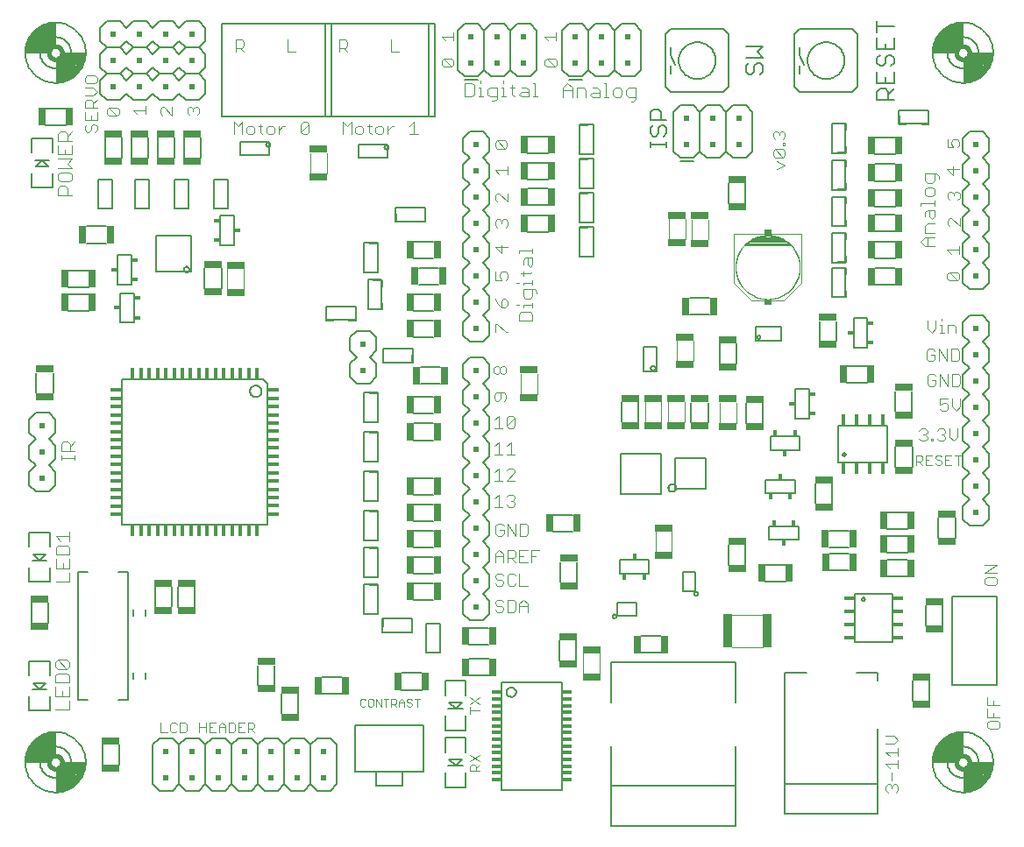
<source format=gto>
G75*
%MOIN*%
%OFA0B0*%
%FSLAX24Y24*%
%IPPOS*%
%LPD*%
%AMOC8*
5,1,8,0,0,1.08239X$1,22.5*
%
%ADD10C,0.0040*%
%ADD11C,0.0060*%
%ADD12C,0.0050*%
%ADD13C,0.0030*%
%ADD14C,0.0080*%
%ADD15R,0.0200X0.0200*%
%ADD16R,0.0230X0.0180*%
%ADD17C,0.0090*%
%ADD18C,0.0180*%
%ADD19R,0.0290X0.0690*%
%ADD20R,0.0140X0.0400*%
%ADD21R,0.0276X0.0236*%
%ADD22R,0.0400X0.0140*%
%ADD23R,0.0690X0.0290*%
%ADD24R,0.0180X0.0430*%
%ADD25R,0.0430X0.0180*%
%ADD26R,0.0180X0.0230*%
%ADD27R,0.0368X0.0128*%
%ADD28R,0.0669X0.0295*%
%ADD29R,0.0374X0.1299*%
D10*
X001806Y004561D02*
X002327Y004561D01*
X002327Y004908D01*
X002327Y005077D02*
X002327Y005424D01*
X002327Y005593D02*
X002327Y005853D01*
X002240Y005940D01*
X001893Y005940D01*
X001806Y005853D01*
X001806Y005593D01*
X002327Y005593D01*
X002066Y005250D02*
X002066Y005077D01*
X001806Y005077D02*
X002327Y005077D01*
X001806Y005077D02*
X001806Y005424D01*
X001893Y006108D02*
X001806Y006195D01*
X001806Y006368D01*
X001893Y006455D01*
X002240Y006108D01*
X002327Y006195D01*
X002327Y006368D01*
X002240Y006455D01*
X001893Y006455D01*
X001893Y006108D02*
X002240Y006108D01*
X002357Y009431D02*
X001836Y009431D01*
X001836Y009947D02*
X002357Y009947D01*
X002357Y010294D01*
X002357Y010463D02*
X002357Y010723D01*
X002270Y010810D01*
X001923Y010810D01*
X001836Y010723D01*
X001836Y010463D01*
X002357Y010463D01*
X002096Y010120D02*
X002096Y009947D01*
X001836Y009947D02*
X001836Y010294D01*
X002010Y010978D02*
X001836Y011152D01*
X002357Y011152D01*
X002357Y011325D02*
X002357Y010978D01*
X002357Y009778D02*
X002357Y009431D01*
X002547Y014061D02*
X002547Y014235D01*
X002547Y014148D02*
X002026Y014148D01*
X002026Y014061D02*
X002026Y014235D01*
X002026Y014405D02*
X002026Y014665D01*
X002113Y014752D01*
X002286Y014752D01*
X002373Y014665D01*
X002373Y014405D01*
X002373Y014579D02*
X002547Y014752D01*
X002547Y014405D02*
X002026Y014405D01*
X008357Y020571D02*
X008357Y021331D01*
X008977Y021331D02*
X008977Y020571D01*
X011507Y024981D02*
X011507Y025741D01*
X012127Y025741D02*
X012127Y024981D01*
X012757Y026461D02*
X012757Y026922D01*
X012910Y026768D01*
X013064Y026922D01*
X013064Y026461D01*
X013217Y026538D02*
X013294Y026461D01*
X013447Y026461D01*
X013524Y026538D01*
X013524Y026691D01*
X013447Y026768D01*
X013294Y026768D01*
X013217Y026691D01*
X013217Y026538D01*
X013677Y026768D02*
X013831Y026768D01*
X013754Y026845D02*
X013754Y026538D01*
X013831Y026461D01*
X013984Y026538D02*
X014061Y026461D01*
X014215Y026461D01*
X014291Y026538D01*
X014291Y026691D01*
X014215Y026768D01*
X014061Y026768D01*
X013984Y026691D01*
X013984Y026538D01*
X014445Y026615D02*
X014598Y026768D01*
X014675Y026768D01*
X014445Y026768D02*
X014445Y026461D01*
X015289Y026461D02*
X015596Y026461D01*
X015442Y026461D02*
X015442Y026922D01*
X015289Y026768D01*
X017387Y027891D02*
X017387Y028412D01*
X017647Y028412D01*
X017734Y028325D01*
X017734Y027978D01*
X017647Y027891D01*
X017387Y027891D01*
X017902Y027891D02*
X018076Y027891D01*
X017989Y027891D02*
X017989Y028238D01*
X017902Y028238D01*
X017989Y028412D02*
X017989Y028498D01*
X018333Y028238D02*
X018246Y028151D01*
X018246Y027978D01*
X018333Y027891D01*
X018593Y027891D01*
X018593Y027805D02*
X018593Y028238D01*
X018333Y028238D01*
X018762Y028238D02*
X018848Y028238D01*
X018848Y027891D01*
X018762Y027891D02*
X018935Y027891D01*
X019192Y027978D02*
X019279Y027891D01*
X019192Y027978D02*
X019192Y028325D01*
X019105Y028238D02*
X019279Y028238D01*
X019536Y028238D02*
X019709Y028238D01*
X019796Y028151D01*
X019796Y027891D01*
X019536Y027891D01*
X019449Y027978D01*
X019536Y028065D01*
X019796Y028065D01*
X019965Y027891D02*
X020138Y027891D01*
X020052Y027891D02*
X020052Y028412D01*
X019965Y028412D01*
X020493Y029031D02*
X020416Y029108D01*
X020416Y029261D01*
X020493Y029338D01*
X020800Y029031D01*
X020877Y029108D01*
X020877Y029261D01*
X020800Y029338D01*
X020493Y029338D01*
X020493Y029031D02*
X020800Y029031D01*
X021290Y028392D02*
X021464Y028218D01*
X021464Y027871D01*
X021632Y027871D02*
X021632Y028218D01*
X021893Y028218D01*
X021979Y028131D01*
X021979Y027871D01*
X022148Y027958D02*
X022235Y028045D01*
X022495Y028045D01*
X022495Y028131D02*
X022495Y027871D01*
X022235Y027871D01*
X022148Y027958D01*
X022235Y028218D02*
X022408Y028218D01*
X022495Y028131D01*
X022664Y027871D02*
X022837Y027871D01*
X022750Y027871D02*
X022750Y028392D01*
X022664Y028392D01*
X023007Y028131D02*
X023007Y027958D01*
X023094Y027871D01*
X023268Y027871D01*
X023354Y027958D01*
X023354Y028131D01*
X023268Y028218D01*
X023094Y028218D01*
X023007Y028131D01*
X023523Y028131D02*
X023523Y027958D01*
X023610Y027871D01*
X023870Y027871D01*
X023870Y027785D02*
X023870Y028218D01*
X023610Y028218D01*
X023523Y028131D01*
X023696Y027698D02*
X023783Y027698D01*
X023870Y027785D01*
X021464Y028131D02*
X021117Y028131D01*
X021117Y028218D02*
X021290Y028392D01*
X021117Y028218D02*
X021117Y027871D01*
X018848Y028412D02*
X018848Y028498D01*
X018593Y027805D02*
X018506Y027718D01*
X018420Y027718D01*
X016957Y029108D02*
X016880Y029031D01*
X016573Y029338D01*
X016880Y029338D01*
X016957Y029261D01*
X016957Y029108D01*
X016880Y029031D02*
X016573Y029031D01*
X016496Y029108D01*
X016496Y029261D01*
X016573Y029338D01*
X016650Y030021D02*
X016496Y030175D01*
X016957Y030175D01*
X016957Y030328D02*
X016957Y030021D01*
X014892Y029592D02*
X014585Y029592D01*
X014585Y030053D01*
X012923Y029976D02*
X012923Y029823D01*
X012846Y029746D01*
X012616Y029746D01*
X012616Y029592D02*
X012616Y030053D01*
X012846Y030053D01*
X012923Y029976D01*
X012770Y029746D02*
X012923Y029592D01*
X010952Y029592D02*
X010645Y029592D01*
X010645Y030053D01*
X008983Y029976D02*
X008983Y029823D01*
X008906Y029746D01*
X008676Y029746D01*
X008676Y029592D02*
X008676Y030053D01*
X008906Y030053D01*
X008983Y029976D01*
X008830Y029746D02*
X008983Y029592D01*
X007210Y027498D02*
X007287Y027421D01*
X007287Y027268D01*
X007210Y027191D01*
X007056Y027344D02*
X007056Y027421D01*
X007133Y027498D01*
X007210Y027498D01*
X007056Y027421D02*
X006980Y027498D01*
X006903Y027498D01*
X006826Y027421D01*
X006826Y027268D01*
X006903Y027191D01*
X006257Y027181D02*
X005950Y027488D01*
X005873Y027488D01*
X005796Y027411D01*
X005796Y027258D01*
X005873Y027181D01*
X006257Y027181D02*
X006257Y027488D01*
X005227Y027528D02*
X005227Y027221D01*
X005227Y027374D02*
X004766Y027374D01*
X004920Y027221D01*
X004227Y027248D02*
X004227Y027401D01*
X004150Y027478D01*
X003843Y027478D01*
X004150Y027171D01*
X004227Y027248D01*
X004150Y027171D02*
X003843Y027171D01*
X003766Y027248D01*
X003766Y027401D01*
X003843Y027478D01*
X003397Y027462D02*
X002936Y027462D01*
X002936Y027692D01*
X003013Y027769D01*
X003166Y027769D01*
X003243Y027692D01*
X003243Y027462D01*
X003243Y027616D02*
X003397Y027769D01*
X003243Y027922D02*
X003397Y028076D01*
X003243Y028229D01*
X002936Y028229D01*
X003013Y028383D02*
X003320Y028383D01*
X003397Y028460D01*
X003397Y028613D01*
X003320Y028690D01*
X003013Y028690D01*
X002936Y028613D01*
X002936Y028460D01*
X003013Y028383D01*
X002936Y027922D02*
X003243Y027922D01*
X003397Y027309D02*
X003397Y027002D01*
X002936Y027002D01*
X002936Y027309D01*
X003166Y027155D02*
X003166Y027002D01*
X003243Y026848D02*
X003320Y026848D01*
X003397Y026771D01*
X003397Y026618D01*
X003320Y026541D01*
X003166Y026618D02*
X003166Y026771D01*
X003243Y026848D01*
X003013Y026848D02*
X002936Y026771D01*
X002936Y026618D01*
X003013Y026541D01*
X003090Y026541D01*
X003166Y026618D01*
X002437Y026551D02*
X002263Y026377D01*
X002263Y026464D02*
X002263Y026204D01*
X002437Y026204D02*
X001916Y026204D01*
X001916Y026464D01*
X002003Y026551D01*
X002176Y026551D01*
X002263Y026464D01*
X002437Y026035D02*
X002437Y025688D01*
X001916Y025688D01*
X001916Y026035D01*
X002176Y025862D02*
X002176Y025688D01*
X001916Y025520D02*
X002437Y025520D01*
X002263Y025346D01*
X002437Y025173D01*
X001916Y025173D01*
X002003Y025004D02*
X001916Y024917D01*
X001916Y024744D01*
X002003Y024657D01*
X002350Y024657D01*
X002437Y024744D01*
X002437Y024917D01*
X002350Y025004D01*
X002003Y025004D01*
X002003Y024488D02*
X002176Y024488D01*
X002263Y024401D01*
X002263Y024141D01*
X002437Y024141D02*
X001916Y024141D01*
X001916Y024401D01*
X002003Y024488D01*
X008617Y026461D02*
X008617Y026922D01*
X008770Y026768D01*
X008924Y026922D01*
X008924Y026461D01*
X009077Y026538D02*
X009154Y026461D01*
X009307Y026461D01*
X009384Y026538D01*
X009384Y026691D01*
X009307Y026768D01*
X009154Y026768D01*
X009077Y026691D01*
X009077Y026538D01*
X009537Y026768D02*
X009691Y026768D01*
X009614Y026845D02*
X009614Y026538D01*
X009691Y026461D01*
X009844Y026538D02*
X009921Y026461D01*
X010075Y026461D01*
X010151Y026538D01*
X010151Y026691D01*
X010075Y026768D01*
X009921Y026768D01*
X009844Y026691D01*
X009844Y026538D01*
X010305Y026615D02*
X010458Y026768D01*
X010535Y026768D01*
X010305Y026768D02*
X010305Y026461D01*
X011149Y026538D02*
X011456Y026845D01*
X011456Y026538D01*
X011379Y026461D01*
X011226Y026461D01*
X011149Y026538D01*
X011149Y026845D01*
X011226Y026922D01*
X011379Y026922D01*
X011456Y026845D01*
X018526Y026141D02*
X018526Y025988D01*
X018603Y025911D01*
X018910Y025911D01*
X018603Y026218D01*
X018910Y026218D01*
X018987Y026141D01*
X018987Y025988D01*
X018910Y025911D01*
X018603Y026218D02*
X018526Y026141D01*
X018997Y025238D02*
X018997Y024931D01*
X018997Y025085D02*
X018536Y025085D01*
X018690Y024931D01*
X018690Y024208D02*
X018613Y024208D01*
X018536Y024131D01*
X018536Y023978D01*
X018613Y023901D01*
X018690Y024208D02*
X018997Y023901D01*
X018997Y024208D01*
X018930Y023218D02*
X019007Y023141D01*
X019007Y022988D01*
X018930Y022911D01*
X018776Y023065D02*
X018776Y023141D01*
X018853Y023218D01*
X018930Y023218D01*
X018776Y023141D02*
X018700Y023218D01*
X018623Y023218D01*
X018546Y023141D01*
X018546Y022988D01*
X018623Y022911D01*
X018786Y022228D02*
X018786Y021921D01*
X018556Y022151D01*
X019017Y022151D01*
X019426Y022016D02*
X019947Y022016D01*
X019947Y021929D02*
X019947Y022103D01*
X019947Y021761D02*
X019686Y021761D01*
X019600Y021674D01*
X019600Y021501D01*
X019773Y021501D02*
X019773Y021761D01*
X019947Y021761D02*
X019947Y021501D01*
X019860Y021414D01*
X019773Y021501D01*
X019600Y021244D02*
X019600Y021070D01*
X019513Y021157D02*
X019860Y021157D01*
X019947Y021244D01*
X019947Y020900D02*
X019947Y020726D01*
X019947Y020813D02*
X019600Y020813D01*
X019600Y020726D01*
X019600Y020558D02*
X019600Y020297D01*
X019686Y020211D01*
X019860Y020211D01*
X019947Y020297D01*
X019947Y020558D01*
X020033Y020558D02*
X019600Y020558D01*
X019426Y020813D02*
X019339Y020813D01*
X019017Y020988D02*
X018940Y020911D01*
X019017Y020988D02*
X019017Y021141D01*
X018940Y021218D01*
X018786Y021218D01*
X018710Y021141D01*
X018710Y021065D01*
X018786Y020911D01*
X018556Y020911D01*
X018556Y021218D01*
X018536Y020188D02*
X018613Y020035D01*
X018766Y019881D01*
X018766Y020111D01*
X018843Y020188D01*
X018920Y020188D01*
X018997Y020111D01*
X018997Y019958D01*
X018920Y019881D01*
X018766Y019881D01*
X019339Y019954D02*
X019426Y019954D01*
X019600Y019954D02*
X019947Y019954D01*
X019947Y020040D02*
X019947Y019867D01*
X019860Y019698D02*
X019513Y019698D01*
X019426Y019611D01*
X019426Y019351D01*
X019947Y019351D01*
X019947Y019611D01*
X019860Y019698D01*
X019600Y019867D02*
X019600Y019954D01*
X020120Y020384D02*
X020120Y020471D01*
X020033Y020558D01*
X018623Y019228D02*
X018930Y018921D01*
X019007Y018921D01*
X018546Y018921D02*
X018546Y019228D01*
X018623Y019228D01*
X018640Y017628D02*
X018716Y017551D01*
X018716Y017398D01*
X018640Y017321D01*
X018563Y017321D01*
X018486Y017398D01*
X018486Y017551D01*
X018563Y017628D01*
X018640Y017628D01*
X018716Y017551D02*
X018793Y017628D01*
X018870Y017628D01*
X018947Y017551D01*
X018947Y017398D01*
X018870Y017321D01*
X018793Y017321D01*
X018716Y017398D01*
X018726Y016618D02*
X018726Y016388D01*
X018650Y016311D01*
X018573Y016311D01*
X018496Y016388D01*
X018496Y016541D01*
X018573Y016618D01*
X018880Y016618D01*
X018957Y016541D01*
X018957Y016388D01*
X018880Y016311D01*
X019053Y015742D02*
X019206Y015742D01*
X019283Y015665D01*
X018976Y015358D01*
X019053Y015281D01*
X019206Y015281D01*
X019283Y015358D01*
X019283Y015665D01*
X019053Y015742D02*
X018976Y015665D01*
X018976Y015358D01*
X018823Y015281D02*
X018516Y015281D01*
X018669Y015281D02*
X018669Y015742D01*
X018516Y015588D01*
X018669Y014742D02*
X018669Y014281D01*
X018516Y014281D02*
X018823Y014281D01*
X018976Y014281D02*
X019283Y014281D01*
X019130Y014281D02*
X019130Y014742D01*
X018976Y014588D01*
X018669Y014742D02*
X018516Y014588D01*
X018669Y013742D02*
X018669Y013281D01*
X018516Y013281D02*
X018823Y013281D01*
X018976Y013281D02*
X019283Y013588D01*
X019283Y013665D01*
X019206Y013742D01*
X019053Y013742D01*
X018976Y013665D01*
X018669Y013742D02*
X018516Y013588D01*
X018976Y013281D02*
X019283Y013281D01*
X019206Y012742D02*
X019053Y012742D01*
X018976Y012665D01*
X019130Y012511D02*
X019206Y012511D01*
X019283Y012435D01*
X019283Y012358D01*
X019206Y012281D01*
X019053Y012281D01*
X018976Y012358D01*
X018823Y012281D02*
X018516Y012281D01*
X018669Y012281D02*
X018669Y012742D01*
X018516Y012588D01*
X019206Y012511D02*
X019283Y012588D01*
X019283Y012665D01*
X019206Y012742D01*
X019323Y011642D02*
X019323Y011181D01*
X019016Y011642D01*
X019016Y011181D01*
X018862Y011258D02*
X018862Y011411D01*
X018709Y011411D01*
X018862Y011258D02*
X018786Y011181D01*
X018632Y011181D01*
X018555Y011258D01*
X018555Y011565D01*
X018632Y011642D01*
X018786Y011642D01*
X018862Y011565D01*
X019476Y011642D02*
X019476Y011181D01*
X019706Y011181D01*
X019783Y011258D01*
X019783Y011565D01*
X019706Y011642D01*
X019476Y011642D01*
X019457Y010642D02*
X019457Y010181D01*
X019764Y010181D01*
X019918Y010181D02*
X019918Y010642D01*
X020225Y010642D01*
X020071Y010411D02*
X019918Y010411D01*
X019764Y010642D02*
X019457Y010642D01*
X019304Y010565D02*
X019304Y010411D01*
X019227Y010335D01*
X018997Y010335D01*
X019151Y010335D02*
X019304Y010181D01*
X019457Y010411D02*
X019611Y010411D01*
X019304Y010565D02*
X019227Y010642D01*
X018997Y010642D01*
X018997Y010181D01*
X018844Y010181D02*
X018844Y010488D01*
X018690Y010642D01*
X018537Y010488D01*
X018537Y010181D01*
X018537Y010411D02*
X018844Y010411D01*
X018767Y009742D02*
X018613Y009742D01*
X018537Y009665D01*
X018537Y009588D01*
X018613Y009511D01*
X018767Y009511D01*
X018844Y009435D01*
X018844Y009358D01*
X018767Y009281D01*
X018613Y009281D01*
X018537Y009358D01*
X018844Y009665D02*
X018767Y009742D01*
X018997Y009665D02*
X018997Y009358D01*
X019074Y009281D01*
X019227Y009281D01*
X019304Y009358D01*
X019457Y009281D02*
X019457Y009742D01*
X019304Y009665D02*
X019227Y009742D01*
X019074Y009742D01*
X018997Y009665D01*
X019457Y009281D02*
X019764Y009281D01*
X019611Y008742D02*
X019764Y008588D01*
X019764Y008281D01*
X019764Y008511D02*
X019457Y008511D01*
X019457Y008588D02*
X019457Y008281D01*
X019304Y008358D02*
X019304Y008665D01*
X019227Y008742D01*
X018997Y008742D01*
X018997Y008281D01*
X019227Y008281D01*
X019304Y008358D01*
X019457Y008588D02*
X019611Y008742D01*
X018844Y008665D02*
X018767Y008742D01*
X018613Y008742D01*
X018537Y008665D01*
X018537Y008588D01*
X018613Y008511D01*
X018767Y008511D01*
X018844Y008435D01*
X018844Y008358D01*
X018767Y008281D01*
X018613Y008281D01*
X018537Y008358D01*
X021887Y006691D02*
X021887Y005931D01*
X022507Y005931D02*
X022507Y006691D01*
X024637Y010571D02*
X024637Y011331D01*
X025257Y011331D02*
X025257Y010571D01*
X027547Y008181D02*
X028697Y008181D01*
X028707Y006921D02*
X027547Y006921D01*
X033386Y003560D02*
X033693Y003560D01*
X033847Y003406D01*
X033693Y003253D01*
X033386Y003253D01*
X033386Y002946D02*
X033847Y002946D01*
X033847Y003099D02*
X033847Y002792D01*
X033847Y002639D02*
X033847Y002332D01*
X033847Y002486D02*
X033386Y002486D01*
X033540Y002332D01*
X033616Y002179D02*
X033616Y001872D01*
X033540Y001718D02*
X033616Y001641D01*
X033693Y001718D01*
X033770Y001718D01*
X033847Y001641D01*
X033847Y001488D01*
X033770Y001411D01*
X033616Y001565D02*
X033616Y001641D01*
X033540Y001718D02*
X033463Y001718D01*
X033386Y001641D01*
X033386Y001488D01*
X033463Y001411D01*
X033540Y002792D02*
X033386Y002946D01*
X037256Y003897D02*
X037333Y003820D01*
X037640Y003820D01*
X037717Y003897D01*
X037717Y004050D01*
X037640Y004127D01*
X037333Y004127D01*
X037256Y004050D01*
X037256Y003897D01*
X037256Y004280D02*
X037256Y004587D01*
X037256Y004741D02*
X037256Y005048D01*
X037486Y004894D02*
X037486Y004741D01*
X037256Y004741D02*
X037717Y004741D01*
X037486Y004434D02*
X037486Y004280D01*
X037256Y004280D02*
X037717Y004280D01*
X037540Y009291D02*
X037233Y009291D01*
X037156Y009368D01*
X037156Y009521D01*
X037233Y009598D01*
X037540Y009598D01*
X037617Y009521D01*
X037617Y009368D01*
X037540Y009291D01*
X037617Y009752D02*
X037156Y009752D01*
X037617Y010059D01*
X037156Y010059D01*
X035960Y014791D02*
X036113Y014945D01*
X036113Y015252D01*
X035806Y015252D02*
X035806Y014945D01*
X035960Y014791D01*
X035653Y014868D02*
X035653Y014945D01*
X035576Y015021D01*
X035499Y015021D01*
X035576Y015021D02*
X035653Y015098D01*
X035653Y015175D01*
X035576Y015252D01*
X035423Y015252D01*
X035346Y015175D01*
X035346Y014868D02*
X035423Y014791D01*
X035576Y014791D01*
X035653Y014868D01*
X035192Y014868D02*
X035192Y014791D01*
X035116Y014791D01*
X035116Y014868D01*
X035192Y014868D01*
X034962Y014868D02*
X034962Y014945D01*
X034885Y015021D01*
X034809Y015021D01*
X034885Y015021D02*
X034962Y015098D01*
X034962Y015175D01*
X034885Y015252D01*
X034732Y015252D01*
X034655Y015175D01*
X034655Y014868D02*
X034732Y014791D01*
X034885Y014791D01*
X034962Y014868D01*
X035523Y015931D02*
X035447Y016008D01*
X035523Y015931D02*
X035677Y015931D01*
X035754Y016008D01*
X035754Y016161D01*
X035677Y016238D01*
X035600Y016238D01*
X035447Y016161D01*
X035447Y016392D01*
X035754Y016392D01*
X035907Y016392D02*
X035907Y016085D01*
X036061Y015931D01*
X036214Y016085D01*
X036214Y016392D01*
X036128Y016881D02*
X036204Y016958D01*
X036204Y017265D01*
X036128Y017342D01*
X035897Y017342D01*
X035897Y016881D01*
X036128Y016881D01*
X035744Y016881D02*
X035744Y017342D01*
X035437Y017342D02*
X035437Y016881D01*
X035284Y016958D02*
X035284Y017111D01*
X035130Y017111D01*
X034977Y016958D02*
X034977Y017265D01*
X035053Y017342D01*
X035207Y017342D01*
X035284Y017265D01*
X035437Y017342D02*
X035744Y016881D01*
X035284Y016958D02*
X035207Y016881D01*
X035053Y016881D01*
X034977Y016958D01*
X035023Y017831D02*
X035177Y017831D01*
X035254Y017908D01*
X035254Y018061D01*
X035100Y018061D01*
X034947Y017908D02*
X034947Y018215D01*
X035023Y018292D01*
X035177Y018292D01*
X035254Y018215D01*
X035407Y018292D02*
X035714Y017831D01*
X035714Y018292D01*
X035867Y018292D02*
X035867Y017831D01*
X036098Y017831D01*
X036174Y017908D01*
X036174Y018215D01*
X036098Y018292D01*
X035867Y018292D01*
X035407Y018292D02*
X035407Y017831D01*
X035023Y017831D02*
X034947Y017908D01*
X035132Y018901D02*
X035286Y019055D01*
X035286Y019362D01*
X035439Y019208D02*
X035516Y019208D01*
X035516Y018901D01*
X035439Y018901D02*
X035593Y018901D01*
X035746Y018901D02*
X035746Y019208D01*
X035976Y019208D01*
X036053Y019131D01*
X036053Y018901D01*
X035516Y019362D02*
X035516Y019438D01*
X034979Y019362D02*
X034979Y019055D01*
X035132Y018901D01*
X035793Y020901D02*
X035716Y020978D01*
X035716Y021131D01*
X035793Y021208D01*
X036100Y020901D01*
X036177Y020978D01*
X036177Y021131D01*
X036100Y021208D01*
X035793Y021208D01*
X035793Y020901D02*
X036100Y020901D01*
X036167Y021901D02*
X036167Y022208D01*
X036167Y022055D02*
X035706Y022055D01*
X035860Y021901D01*
X035227Y022199D02*
X034880Y022199D01*
X034706Y022373D01*
X034880Y022546D01*
X035227Y022546D01*
X035227Y022715D02*
X034880Y022715D01*
X034880Y022975D01*
X034966Y023062D01*
X035227Y023062D01*
X035140Y023231D02*
X035053Y023317D01*
X035053Y023578D01*
X034966Y023578D02*
X035227Y023578D01*
X035227Y023317D01*
X035140Y023231D01*
X034880Y023317D02*
X034880Y023491D01*
X034966Y023578D01*
X034706Y023746D02*
X034706Y023833D01*
X035227Y023833D01*
X035227Y023746D02*
X035227Y023920D01*
X035140Y024090D02*
X035227Y024177D01*
X035227Y024350D01*
X035140Y024437D01*
X034966Y024437D01*
X034880Y024350D01*
X034880Y024177D01*
X034966Y024090D01*
X035140Y024090D01*
X035736Y024048D02*
X035736Y024201D01*
X035813Y024278D01*
X035890Y024278D01*
X035966Y024201D01*
X036043Y024278D01*
X036120Y024278D01*
X036197Y024201D01*
X036197Y024048D01*
X036120Y023971D01*
X035966Y024125D02*
X035966Y024201D01*
X035813Y023971D02*
X035736Y024048D01*
X035813Y023258D02*
X035736Y023181D01*
X035736Y023028D01*
X035813Y022951D01*
X035813Y023258D02*
X035890Y023258D01*
X036197Y022951D01*
X036197Y023258D01*
X034966Y022546D02*
X034966Y022199D01*
X034966Y024606D02*
X035140Y024606D01*
X035227Y024692D01*
X035227Y024953D01*
X035313Y024953D02*
X034880Y024953D01*
X034880Y024692D01*
X034966Y024606D01*
X035400Y024779D02*
X035400Y024866D01*
X035313Y024953D01*
X035706Y025141D02*
X035936Y024911D01*
X035936Y025218D01*
X035706Y025141D02*
X036167Y025141D01*
X036110Y025951D02*
X036187Y026028D01*
X036187Y026181D01*
X036110Y026258D01*
X035956Y026258D01*
X035880Y026181D01*
X035880Y026105D01*
X035956Y025951D01*
X035726Y025951D01*
X035726Y026258D01*
X030176Y022681D02*
X030176Y020791D01*
X029507Y020122D01*
X029271Y020122D01*
X029507Y020122D02*
X028286Y020122D01*
X027617Y020791D01*
X027617Y022681D01*
X028523Y022681D01*
X028532Y022544D02*
X029243Y022544D01*
X029251Y022543D02*
X028897Y022602D01*
X028523Y022543D01*
X028247Y022405D01*
X028050Y022248D01*
X029723Y022248D01*
X029743Y022248D01*
X029527Y022425D01*
X029251Y022543D01*
X029338Y022506D02*
X028448Y022506D01*
X028371Y022467D02*
X029427Y022467D01*
X029517Y022429D02*
X028294Y022429D01*
X028229Y022390D02*
X029569Y022390D01*
X029616Y022352D02*
X028180Y022352D01*
X028132Y022313D02*
X029663Y022313D01*
X029710Y022275D02*
X028084Y022275D01*
X028031Y022228D02*
X029782Y022228D01*
X030176Y022681D02*
X029271Y022681D01*
X029012Y022583D02*
X028775Y022583D01*
X027617Y022681D02*
X030176Y022681D01*
X030176Y020791D01*
X029507Y020122D01*
X028523Y020122D02*
X028286Y020122D01*
X027617Y020791D01*
X027617Y022681D01*
X026627Y022451D02*
X026627Y023211D01*
X026007Y023211D02*
X026007Y022451D01*
X025767Y022461D02*
X025767Y023221D01*
X025147Y023221D02*
X025147Y022461D01*
X029271Y022562D02*
X029335Y022540D01*
X029398Y022513D01*
X029460Y022483D01*
X029519Y022450D01*
X029577Y022414D01*
X029633Y022374D01*
X029686Y022331D01*
X029737Y022286D01*
X029785Y022238D01*
X029830Y022187D01*
X029873Y022133D01*
X029912Y022077D01*
X029949Y022020D01*
X029982Y021960D01*
X030011Y021898D01*
X030037Y021835D01*
X030060Y021771D01*
X030079Y021705D01*
X030094Y021638D01*
X030105Y021571D01*
X030113Y021503D01*
X030117Y021435D01*
X030117Y021367D01*
X030113Y021299D01*
X030105Y021231D01*
X030094Y021164D01*
X030079Y021097D01*
X030060Y021031D01*
X030037Y020967D01*
X030011Y020904D01*
X029982Y020842D01*
X029949Y020782D01*
X029912Y020725D01*
X029873Y020669D01*
X029830Y020615D01*
X029785Y020564D01*
X029737Y020516D01*
X029686Y020471D01*
X029633Y020428D01*
X029577Y020388D01*
X029519Y020352D01*
X029460Y020319D01*
X029398Y020289D01*
X029335Y020262D01*
X029271Y020240D01*
X027677Y021401D02*
X027679Y021471D01*
X027685Y021540D01*
X027695Y021609D01*
X027709Y021677D01*
X027726Y021745D01*
X027748Y021811D01*
X027773Y021876D01*
X027802Y021939D01*
X027835Y022001D01*
X027871Y022061D01*
X027910Y022118D01*
X027953Y022173D01*
X027998Y022226D01*
X028047Y022276D01*
X028098Y022323D01*
X028152Y022367D01*
X028208Y022408D01*
X028267Y022446D01*
X028328Y022480D01*
X028390Y022511D01*
X028454Y022538D01*
X028520Y022561D01*
X028587Y022581D01*
X028655Y022597D01*
X028723Y022609D01*
X028793Y022617D01*
X028862Y022621D01*
X028932Y022621D01*
X029001Y022617D01*
X029071Y022609D01*
X029139Y022597D01*
X029207Y022581D01*
X029274Y022561D01*
X029340Y022538D01*
X029404Y022511D01*
X029466Y022480D01*
X029527Y022446D01*
X029586Y022408D01*
X029642Y022367D01*
X029696Y022323D01*
X029747Y022276D01*
X029796Y022226D01*
X029841Y022173D01*
X029884Y022118D01*
X029923Y022061D01*
X029959Y022001D01*
X029992Y021939D01*
X030021Y021876D01*
X030046Y021811D01*
X030068Y021745D01*
X030085Y021677D01*
X030099Y021609D01*
X030109Y021540D01*
X030115Y021471D01*
X030117Y021401D01*
X030115Y021331D01*
X030109Y021262D01*
X030099Y021193D01*
X030085Y021125D01*
X030068Y021057D01*
X030046Y020991D01*
X030021Y020926D01*
X029992Y020863D01*
X029959Y020801D01*
X029923Y020741D01*
X029884Y020684D01*
X029841Y020629D01*
X029796Y020576D01*
X029747Y020526D01*
X029696Y020479D01*
X029642Y020435D01*
X029586Y020394D01*
X029527Y020356D01*
X029466Y020322D01*
X029404Y020291D01*
X029340Y020264D01*
X029274Y020241D01*
X029207Y020221D01*
X029139Y020205D01*
X029071Y020193D01*
X029001Y020185D01*
X028932Y020181D01*
X028862Y020181D01*
X028793Y020185D01*
X028723Y020193D01*
X028655Y020205D01*
X028587Y020221D01*
X028520Y020241D01*
X028454Y020264D01*
X028390Y020291D01*
X028328Y020322D01*
X028267Y020356D01*
X028208Y020394D01*
X028152Y020435D01*
X028098Y020479D01*
X028047Y020526D01*
X027998Y020576D01*
X027953Y020629D01*
X027910Y020684D01*
X027871Y020741D01*
X027835Y020801D01*
X027802Y020863D01*
X027773Y020926D01*
X027748Y020991D01*
X027726Y021057D01*
X027709Y021125D01*
X027695Y021193D01*
X027685Y021262D01*
X027679Y021331D01*
X027677Y021401D01*
X028523Y022562D02*
X028459Y022540D01*
X028396Y022513D01*
X028334Y022483D01*
X028275Y022450D01*
X028217Y022414D01*
X028161Y022374D01*
X028108Y022331D01*
X028057Y022286D01*
X028009Y022238D01*
X027964Y022187D01*
X027921Y022133D01*
X027882Y022077D01*
X027845Y022020D01*
X027812Y021960D01*
X027783Y021898D01*
X027757Y021835D01*
X027734Y021771D01*
X027715Y021705D01*
X027700Y021638D01*
X027689Y021571D01*
X027681Y021503D01*
X027677Y021435D01*
X027677Y021367D01*
X027681Y021299D01*
X027689Y021231D01*
X027700Y021164D01*
X027715Y021097D01*
X027734Y021031D01*
X027757Y020967D01*
X027783Y020904D01*
X027812Y020842D01*
X027845Y020782D01*
X027882Y020725D01*
X027921Y020669D01*
X027964Y020615D01*
X028009Y020564D01*
X028057Y020516D01*
X028108Y020471D01*
X028161Y020428D01*
X028217Y020388D01*
X028275Y020352D01*
X028334Y020319D01*
X028396Y020289D01*
X028459Y020262D01*
X028523Y020240D01*
X026067Y018591D02*
X026067Y017831D01*
X025447Y017831D02*
X025447Y018591D01*
X025727Y016251D02*
X025727Y015491D01*
X025107Y015491D02*
X025107Y016251D01*
X024857Y016261D02*
X024857Y015501D01*
X024237Y015501D02*
X024237Y016261D01*
X027077Y016241D02*
X027077Y015481D01*
X027697Y015481D02*
X027697Y016241D01*
X020127Y016581D02*
X020127Y017341D01*
X019507Y017341D02*
X019507Y016581D01*
X019426Y021929D02*
X019426Y022016D01*
X020550Y030021D02*
X020396Y030175D01*
X020857Y030175D01*
X020857Y030328D02*
X020857Y030021D01*
X029096Y026502D02*
X029096Y026349D01*
X029173Y026272D01*
X029326Y026426D02*
X029326Y026502D01*
X029403Y026579D01*
X029480Y026579D01*
X029557Y026502D01*
X029557Y026349D01*
X029480Y026272D01*
X029480Y026119D02*
X029557Y026119D01*
X029557Y026042D01*
X029480Y026042D01*
X029480Y026119D01*
X029480Y025889D02*
X029173Y025889D01*
X029480Y025582D01*
X029557Y025658D01*
X029557Y025812D01*
X029480Y025889D01*
X029173Y025889D02*
X029096Y025812D01*
X029096Y025658D01*
X029173Y025582D01*
X029480Y025582D01*
X029250Y025428D02*
X029557Y025275D01*
X029250Y025121D01*
X029326Y026502D02*
X029250Y026579D01*
X029173Y026579D01*
X029096Y026502D01*
D11*
X028047Y024596D02*
X028047Y023841D01*
X027407Y023841D02*
X027407Y024596D01*
X031337Y024341D02*
X031337Y025461D01*
X031857Y025461D01*
X031857Y024341D01*
X031337Y024341D01*
X031327Y024071D02*
X031847Y024071D01*
X031847Y022951D01*
X031327Y022951D01*
X031327Y024071D01*
X031337Y022701D02*
X031857Y022701D01*
X031857Y021581D01*
X031337Y021581D01*
X031337Y022701D01*
X031327Y021371D02*
X031847Y021371D01*
X031847Y020251D01*
X031327Y020251D01*
X031327Y021371D01*
X032987Y021361D02*
X033742Y021361D01*
X033732Y021741D02*
X032977Y021741D01*
X032977Y022381D02*
X033732Y022381D01*
X033742Y022761D02*
X032987Y022761D01*
X032987Y023401D02*
X033742Y023401D01*
X033742Y023701D02*
X032987Y023701D01*
X032987Y024341D02*
X033742Y024341D01*
X033742Y024681D02*
X032987Y024681D01*
X032987Y025321D02*
X033742Y025321D01*
X033742Y025701D02*
X032987Y025701D01*
X032987Y026341D02*
X033742Y026341D01*
X033887Y026861D02*
X035007Y026861D01*
X035007Y027381D01*
X033887Y027381D01*
X033887Y026861D01*
X033697Y027761D02*
X033056Y027761D01*
X033056Y028082D01*
X033163Y028188D01*
X033376Y028188D01*
X033483Y028082D01*
X033483Y027761D01*
X033483Y027975D02*
X033697Y028188D01*
X033697Y028406D02*
X033697Y028833D01*
X033590Y029050D02*
X033697Y029157D01*
X033697Y029371D01*
X033590Y029477D01*
X033483Y029477D01*
X033376Y029371D01*
X033376Y029157D01*
X033270Y029050D01*
X033163Y029050D01*
X033056Y029157D01*
X033056Y029371D01*
X033163Y029477D01*
X033056Y029695D02*
X033697Y029695D01*
X033697Y030122D01*
X033376Y029908D02*
X033376Y029695D01*
X033056Y029695D02*
X033056Y030122D01*
X033056Y030339D02*
X033056Y030766D01*
X033056Y030553D02*
X033697Y030553D01*
X033056Y028833D02*
X033056Y028406D01*
X033697Y028406D01*
X033376Y028406D02*
X033376Y028619D01*
X031857Y026861D02*
X031337Y026861D01*
X031337Y025741D01*
X031857Y025741D01*
X031857Y026861D01*
X028707Y028838D02*
X028600Y028731D01*
X028707Y028838D02*
X028707Y029052D01*
X028600Y029158D01*
X028493Y029158D01*
X028386Y029052D01*
X028386Y028838D01*
X028280Y028731D01*
X028173Y028731D01*
X028066Y028838D01*
X028066Y029052D01*
X028173Y029158D01*
X028066Y029376D02*
X028707Y029376D01*
X028493Y029589D01*
X028707Y029803D01*
X028066Y029803D01*
X022277Y026821D02*
X022277Y025701D01*
X021757Y025701D01*
X021757Y026821D01*
X022277Y026821D01*
X022277Y025521D02*
X021757Y025521D01*
X021757Y024401D01*
X022277Y024401D01*
X022277Y025521D01*
X022277Y024221D02*
X021757Y024221D01*
X021757Y023101D01*
X022277Y023101D01*
X022277Y024221D01*
X022277Y022921D02*
X021757Y022921D01*
X021757Y021801D01*
X022277Y021801D01*
X022277Y022921D01*
X020547Y022741D02*
X019792Y022741D01*
X019792Y023381D02*
X020547Y023381D01*
X020547Y023751D02*
X019792Y023751D01*
X019792Y024391D02*
X020547Y024391D01*
X020547Y024741D02*
X019792Y024741D01*
X019792Y025381D02*
X020547Y025381D01*
X020547Y025741D02*
X019792Y025741D01*
X019792Y026381D02*
X020547Y026381D01*
X015877Y023651D02*
X015877Y023131D01*
X014757Y023131D01*
X014757Y023651D01*
X015877Y023651D01*
X016192Y022381D02*
X015437Y022381D01*
X015437Y021741D02*
X016192Y021741D01*
X016382Y021381D02*
X015627Y021381D01*
X015627Y020741D02*
X016382Y020741D01*
X016192Y020381D02*
X015437Y020381D01*
X015437Y019741D02*
X016192Y019741D01*
X016192Y019381D02*
X015437Y019381D01*
X015437Y018741D02*
X016192Y018741D01*
X015397Y018301D02*
X015397Y017781D01*
X014277Y017781D01*
X014277Y018301D01*
X015397Y018301D01*
X015697Y017591D02*
X016452Y017591D01*
X016452Y016951D02*
X015697Y016951D01*
X015437Y016481D02*
X016192Y016481D01*
X016192Y015841D02*
X015437Y015841D01*
X015437Y015451D02*
X016192Y015451D01*
X016192Y014811D02*
X015437Y014811D01*
X014077Y015121D02*
X014077Y014001D01*
X013557Y014001D01*
X013557Y015121D01*
X014077Y015121D01*
X014077Y015501D02*
X013557Y015501D01*
X013557Y016621D01*
X014077Y016621D01*
X014077Y015501D01*
X014077Y013621D02*
X013557Y013621D01*
X013557Y012501D01*
X014077Y012501D01*
X014077Y013621D01*
X015437Y013381D02*
X016192Y013381D01*
X016192Y012741D02*
X015437Y012741D01*
X015437Y012381D02*
X016192Y012381D01*
X016192Y011741D02*
X015437Y011741D01*
X015437Y011381D02*
X016192Y011381D01*
X016192Y010741D02*
X015437Y010741D01*
X015437Y010381D02*
X016192Y010381D01*
X016192Y009741D02*
X015437Y009741D01*
X015437Y009381D02*
X016192Y009381D01*
X016192Y008741D02*
X015437Y008741D01*
X015377Y008021D02*
X014257Y008021D01*
X014257Y007501D01*
X015377Y007501D01*
X015377Y008021D01*
X015917Y007841D02*
X016437Y007841D01*
X016437Y006721D01*
X015917Y006721D01*
X015917Y007841D01*
X017537Y007681D02*
X018292Y007681D01*
X018292Y007041D02*
X017537Y007041D01*
X017542Y006491D02*
X018297Y006491D01*
X018297Y005851D02*
X017542Y005851D01*
X018765Y005609D02*
X021068Y005609D01*
X021068Y001514D01*
X018765Y001514D01*
X018765Y005609D01*
X018968Y005225D02*
X018970Y005251D01*
X018976Y005277D01*
X018985Y005302D01*
X018998Y005325D01*
X019014Y005346D01*
X019033Y005364D01*
X019055Y005380D01*
X019078Y005392D01*
X019103Y005400D01*
X019129Y005405D01*
X019156Y005406D01*
X019182Y005403D01*
X019207Y005396D01*
X019232Y005386D01*
X019254Y005372D01*
X019275Y005355D01*
X019292Y005336D01*
X019307Y005314D01*
X019318Y005290D01*
X019326Y005264D01*
X019330Y005238D01*
X019330Y005212D01*
X019326Y005186D01*
X019318Y005160D01*
X019307Y005136D01*
X019292Y005114D01*
X019275Y005095D01*
X019254Y005078D01*
X019232Y005064D01*
X019207Y005054D01*
X019182Y005047D01*
X019156Y005044D01*
X019129Y005045D01*
X019103Y005050D01*
X019078Y005058D01*
X019055Y005070D01*
X019033Y005086D01*
X019014Y005104D01*
X018998Y005125D01*
X018985Y005148D01*
X018976Y005173D01*
X018970Y005199D01*
X018968Y005225D01*
X020977Y006441D02*
X020977Y007196D01*
X021617Y007196D02*
X021617Y006441D01*
X024082Y006721D02*
X024837Y006721D01*
X024837Y007361D02*
X024082Y007361D01*
X024387Y009731D02*
X023267Y009731D01*
X023267Y010251D01*
X023487Y010251D01*
X023267Y010251D02*
X023267Y009931D01*
X023267Y010251D02*
X024387Y010251D01*
X024167Y010251D01*
X024387Y010251D02*
X024387Y009931D01*
X024387Y009731D02*
X024387Y010251D01*
X021647Y010176D02*
X021647Y009421D01*
X021007Y009421D02*
X021007Y010176D01*
X020737Y011331D02*
X021492Y011331D01*
X021492Y011971D02*
X020737Y011971D01*
X023347Y015516D02*
X023347Y016271D01*
X023987Y016271D02*
X023987Y015516D01*
X025987Y015491D02*
X025987Y016246D01*
X026627Y016246D02*
X026627Y015491D01*
X028077Y015476D02*
X028077Y016231D01*
X028717Y016231D02*
X028717Y015476D01*
X028997Y014961D02*
X030117Y014961D01*
X030117Y014441D01*
X029897Y014441D01*
X030117Y014441D02*
X030117Y014761D01*
X030117Y014441D02*
X028997Y014441D01*
X029217Y014441D01*
X028997Y014441D02*
X028997Y014761D01*
X028997Y014961D02*
X028997Y014441D01*
X029037Y013311D02*
X028817Y013311D01*
X028817Y012991D01*
X028817Y012791D02*
X028817Y013311D01*
X029937Y013311D01*
X029717Y013311D01*
X029937Y013311D02*
X029937Y012991D01*
X029937Y012791D02*
X028817Y012791D01*
X029937Y012791D02*
X029937Y013311D01*
X030717Y013171D02*
X030717Y012416D01*
X031357Y012416D02*
X031357Y013171D01*
X031587Y013951D02*
X031587Y015371D01*
X033447Y015371D01*
X033447Y013951D01*
X031587Y013951D01*
X033442Y012071D02*
X034197Y012071D01*
X034197Y011431D02*
X033442Y011431D01*
X033442Y011171D02*
X034197Y011171D01*
X034197Y010531D02*
X033442Y010531D01*
X033447Y010261D02*
X034202Y010261D01*
X034202Y009621D02*
X033447Y009621D01*
X033637Y008981D02*
X032217Y008981D01*
X032217Y007121D01*
X033637Y007121D01*
X033637Y008981D01*
X034907Y008531D02*
X034907Y007776D01*
X035547Y007776D02*
X035547Y008531D01*
X035387Y011101D02*
X035387Y011856D01*
X036027Y011856D02*
X036027Y011101D01*
X034397Y013796D02*
X034397Y014551D01*
X033757Y014551D02*
X033757Y013796D01*
X033747Y015921D02*
X033747Y016676D01*
X034387Y016676D02*
X034387Y015921D01*
X032672Y017001D02*
X031917Y017001D01*
X031917Y017641D02*
X032672Y017641D01*
X032687Y018341D02*
X032167Y018341D01*
X032167Y018561D01*
X032167Y018341D02*
X032487Y018341D01*
X032687Y018341D02*
X032687Y019461D01*
X032167Y019461D01*
X032167Y019241D01*
X032167Y019461D02*
X032487Y019461D01*
X032167Y019461D02*
X032167Y018341D01*
X031507Y018591D02*
X031507Y019346D01*
X030867Y019346D02*
X030867Y018591D01*
X030467Y016761D02*
X029947Y016761D01*
X029947Y016541D01*
X029947Y016761D02*
X030267Y016761D01*
X030467Y016761D02*
X030467Y015641D01*
X029947Y015641D01*
X029947Y015861D01*
X029947Y015641D02*
X030267Y015641D01*
X029947Y015641D02*
X029947Y016761D01*
X027707Y017736D02*
X027707Y018491D01*
X027067Y018491D02*
X027067Y017736D01*
X026687Y019591D02*
X025932Y019591D01*
X025932Y020231D02*
X026687Y020231D01*
X032987Y020721D02*
X033742Y020721D01*
X035167Y029561D02*
X035169Y029628D01*
X035175Y029696D01*
X035185Y029763D01*
X035199Y029829D01*
X035216Y029894D01*
X035238Y029958D01*
X035263Y030021D01*
X035292Y030082D01*
X035324Y030141D01*
X035360Y030198D01*
X035399Y030253D01*
X035441Y030306D01*
X035486Y030356D01*
X035534Y030403D01*
X035585Y030448D01*
X035638Y030489D01*
X035694Y030528D01*
X035752Y030563D01*
X035812Y030594D01*
X035873Y030622D01*
X035936Y030646D01*
X036000Y030667D01*
X036066Y030683D01*
X036132Y030696D01*
X036199Y030705D01*
X036266Y030710D01*
X036334Y030711D01*
X036401Y030708D01*
X036468Y030701D01*
X036535Y030690D01*
X036601Y030675D01*
X036666Y030657D01*
X036730Y030634D01*
X036792Y030608D01*
X036853Y030579D01*
X036911Y030545D01*
X036968Y030509D01*
X037023Y030469D01*
X037075Y030426D01*
X037124Y030380D01*
X037171Y030331D01*
X037215Y030280D01*
X037255Y030226D01*
X037293Y030170D01*
X037327Y030111D01*
X037357Y030051D01*
X037384Y029989D01*
X037408Y029926D01*
X037427Y029861D01*
X037443Y029796D01*
X037455Y029729D01*
X037463Y029662D01*
X037467Y029595D01*
X037467Y029527D01*
X037463Y029460D01*
X037455Y029393D01*
X037443Y029326D01*
X037427Y029261D01*
X037408Y029196D01*
X037384Y029133D01*
X037357Y029071D01*
X037327Y029011D01*
X037293Y028952D01*
X037255Y028896D01*
X037215Y028842D01*
X037171Y028791D01*
X037124Y028742D01*
X037075Y028696D01*
X037023Y028653D01*
X036968Y028613D01*
X036911Y028577D01*
X036853Y028543D01*
X036792Y028514D01*
X036730Y028488D01*
X036666Y028465D01*
X036601Y028447D01*
X036535Y028432D01*
X036468Y028421D01*
X036401Y028414D01*
X036334Y028411D01*
X036266Y028412D01*
X036199Y028417D01*
X036132Y028426D01*
X036066Y028439D01*
X036000Y028455D01*
X035936Y028476D01*
X035873Y028500D01*
X035812Y028528D01*
X035752Y028559D01*
X035694Y028594D01*
X035638Y028633D01*
X035585Y028674D01*
X035534Y028719D01*
X035486Y028766D01*
X035441Y028816D01*
X035399Y028869D01*
X035360Y028924D01*
X035324Y028981D01*
X035292Y029040D01*
X035263Y029101D01*
X035238Y029164D01*
X035216Y029228D01*
X035199Y029293D01*
X035185Y029359D01*
X035175Y029426D01*
X035169Y029494D01*
X035167Y029561D01*
X014217Y020921D02*
X014217Y019801D01*
X013697Y019801D01*
X013697Y020921D01*
X014217Y020921D01*
X014077Y021201D02*
X014077Y022321D01*
X013557Y022321D01*
X013557Y021201D01*
X014077Y021201D01*
X013237Y019911D02*
X013237Y019391D01*
X012117Y019391D01*
X012117Y019911D01*
X013237Y019911D01*
X009887Y016961D02*
X009717Y017131D01*
X004347Y017131D01*
X004347Y011591D01*
X009887Y011591D01*
X009887Y016961D01*
X009212Y016676D02*
X009214Y016705D01*
X009220Y016734D01*
X009229Y016762D01*
X009243Y016788D01*
X009259Y016812D01*
X009279Y016834D01*
X009302Y016853D01*
X009326Y016869D01*
X009353Y016881D01*
X009381Y016890D01*
X009410Y016895D01*
X009439Y016896D01*
X009469Y016893D01*
X009497Y016886D01*
X009525Y016876D01*
X009550Y016861D01*
X009574Y016844D01*
X009595Y016824D01*
X009613Y016801D01*
X009628Y016775D01*
X009640Y016748D01*
X009648Y016720D01*
X009652Y016691D01*
X009652Y016661D01*
X009648Y016632D01*
X009640Y016604D01*
X009628Y016577D01*
X009613Y016551D01*
X009595Y016528D01*
X009574Y016508D01*
X009550Y016491D01*
X009525Y016476D01*
X009497Y016466D01*
X009469Y016459D01*
X009439Y016456D01*
X009410Y016457D01*
X009381Y016462D01*
X009353Y016471D01*
X009326Y016483D01*
X009302Y016499D01*
X009279Y016518D01*
X009259Y016540D01*
X009243Y016564D01*
X009229Y016590D01*
X009220Y016618D01*
X009214Y016647D01*
X009212Y016676D01*
X008127Y020596D02*
X008127Y021351D01*
X007487Y021351D02*
X007487Y020596D01*
X008077Y022231D02*
X008077Y023351D01*
X008597Y023351D01*
X008597Y023131D01*
X008597Y023351D02*
X008277Y023351D01*
X008377Y023621D02*
X007857Y023621D01*
X007857Y024741D01*
X008377Y024741D01*
X008377Y023621D01*
X008597Y023351D02*
X008597Y022231D01*
X008597Y022451D01*
X008597Y022231D02*
X008277Y022231D01*
X008077Y022231D02*
X008597Y022231D01*
X006877Y023621D02*
X006357Y023621D01*
X006357Y024741D01*
X006877Y024741D01*
X006877Y023621D01*
X005377Y023621D02*
X004857Y023621D01*
X004857Y024741D01*
X005377Y024741D01*
X005377Y023621D01*
X003977Y023621D02*
X003457Y023621D01*
X003457Y024741D01*
X003977Y024741D01*
X003977Y023621D01*
X003757Y022951D02*
X003002Y022951D01*
X003002Y022311D02*
X003757Y022311D01*
X004187Y021851D02*
X004187Y021631D01*
X004187Y021851D02*
X004507Y021851D01*
X004707Y021851D02*
X004187Y021851D01*
X004187Y020731D01*
X004187Y020951D01*
X004187Y020731D02*
X004507Y020731D01*
X004707Y020731D02*
X004187Y020731D01*
X004277Y020411D02*
X004277Y020191D01*
X004277Y020411D02*
X004597Y020411D01*
X004797Y020411D02*
X004797Y019291D01*
X004277Y019291D01*
X004277Y019511D01*
X004277Y019291D02*
X004597Y019291D01*
X004277Y019291D02*
X004277Y020411D01*
X004797Y020411D01*
X004707Y020731D02*
X004707Y021851D01*
X003067Y021271D02*
X002312Y021271D01*
X002312Y020631D02*
X003067Y020631D01*
X003067Y020381D02*
X002312Y020381D01*
X002312Y019741D02*
X003067Y019741D01*
X001727Y017376D02*
X001727Y016621D01*
X001087Y016621D02*
X001087Y017376D01*
X005597Y009241D02*
X005597Y008486D01*
X005253Y008379D02*
X005253Y008143D01*
X004780Y008143D02*
X004780Y008379D01*
X006237Y008486D02*
X006237Y009241D01*
X006477Y009236D02*
X006477Y008481D01*
X007117Y008481D02*
X007117Y009236D01*
X009517Y006246D02*
X009517Y005491D01*
X010157Y005491D02*
X010157Y006246D01*
X010407Y005171D02*
X010407Y004416D01*
X011047Y004416D02*
X011047Y005171D01*
X011952Y005161D02*
X012707Y005161D01*
X012707Y005801D02*
X011952Y005801D01*
X013557Y008201D02*
X013557Y009321D01*
X014077Y009321D01*
X014077Y008201D01*
X013557Y008201D01*
X013557Y009601D02*
X013557Y010721D01*
X014077Y010721D01*
X014077Y009601D01*
X013557Y009601D01*
X013557Y011001D02*
X013557Y012121D01*
X014077Y012121D01*
X014077Y011001D01*
X013557Y011001D01*
X014987Y005951D02*
X015742Y005951D01*
X015742Y005311D02*
X014987Y005311D01*
X012517Y003231D02*
X012517Y001731D01*
X012267Y001481D01*
X011767Y001481D01*
X011517Y001731D01*
X011517Y003231D01*
X011267Y003481D01*
X010767Y003481D01*
X010517Y003231D01*
X010517Y001731D01*
X010267Y001481D01*
X009767Y001481D01*
X009517Y001731D01*
X009517Y003231D01*
X009267Y003481D01*
X008767Y003481D01*
X008517Y003231D01*
X008517Y001731D01*
X008267Y001481D01*
X007767Y001481D01*
X007517Y001731D01*
X007517Y003231D01*
X007267Y003481D01*
X006767Y003481D01*
X006517Y003231D01*
X006517Y001731D01*
X006267Y001481D01*
X005767Y001481D01*
X005517Y001731D01*
X005517Y003231D01*
X005767Y003481D01*
X006267Y003481D01*
X006517Y003231D01*
X007517Y003231D02*
X007767Y003481D01*
X008267Y003481D01*
X008517Y003231D01*
X009517Y003231D02*
X009767Y003481D01*
X010267Y003481D01*
X010517Y003231D01*
X011517Y003231D02*
X011767Y003481D01*
X012267Y003481D01*
X012517Y003231D01*
X011517Y001731D02*
X011267Y001481D01*
X010767Y001481D01*
X010517Y001731D01*
X009517Y001731D02*
X009267Y001481D01*
X008767Y001481D01*
X008517Y001731D01*
X007517Y001731D02*
X007267Y001481D01*
X006767Y001481D01*
X006517Y001731D01*
X004237Y002481D02*
X004237Y003236D01*
X003597Y003236D02*
X003597Y002481D01*
X000667Y002561D02*
X000669Y002628D01*
X000675Y002696D01*
X000685Y002763D01*
X000699Y002829D01*
X000716Y002894D01*
X000738Y002958D01*
X000763Y003021D01*
X000792Y003082D01*
X000824Y003141D01*
X000860Y003198D01*
X000899Y003253D01*
X000941Y003306D01*
X000986Y003356D01*
X001034Y003403D01*
X001085Y003448D01*
X001138Y003489D01*
X001194Y003528D01*
X001252Y003563D01*
X001312Y003594D01*
X001373Y003622D01*
X001436Y003646D01*
X001500Y003667D01*
X001566Y003683D01*
X001632Y003696D01*
X001699Y003705D01*
X001766Y003710D01*
X001834Y003711D01*
X001901Y003708D01*
X001968Y003701D01*
X002035Y003690D01*
X002101Y003675D01*
X002166Y003657D01*
X002230Y003634D01*
X002292Y003608D01*
X002353Y003579D01*
X002411Y003545D01*
X002468Y003509D01*
X002523Y003469D01*
X002575Y003426D01*
X002624Y003380D01*
X002671Y003331D01*
X002715Y003280D01*
X002755Y003226D01*
X002793Y003170D01*
X002827Y003111D01*
X002857Y003051D01*
X002884Y002989D01*
X002908Y002926D01*
X002927Y002861D01*
X002943Y002796D01*
X002955Y002729D01*
X002963Y002662D01*
X002967Y002595D01*
X002967Y002527D01*
X002963Y002460D01*
X002955Y002393D01*
X002943Y002326D01*
X002927Y002261D01*
X002908Y002196D01*
X002884Y002133D01*
X002857Y002071D01*
X002827Y002011D01*
X002793Y001952D01*
X002755Y001896D01*
X002715Y001842D01*
X002671Y001791D01*
X002624Y001742D01*
X002575Y001696D01*
X002523Y001653D01*
X002468Y001613D01*
X002411Y001577D01*
X002353Y001543D01*
X002292Y001514D01*
X002230Y001488D01*
X002166Y001465D01*
X002101Y001447D01*
X002035Y001432D01*
X001968Y001421D01*
X001901Y001414D01*
X001834Y001411D01*
X001766Y001412D01*
X001699Y001417D01*
X001632Y001426D01*
X001566Y001439D01*
X001500Y001455D01*
X001436Y001476D01*
X001373Y001500D01*
X001312Y001528D01*
X001252Y001559D01*
X001194Y001594D01*
X001138Y001633D01*
X001085Y001674D01*
X001034Y001719D01*
X000986Y001766D01*
X000941Y001816D01*
X000899Y001869D01*
X000860Y001924D01*
X000824Y001981D01*
X000792Y002040D01*
X000763Y002101D01*
X000738Y002164D01*
X000716Y002228D01*
X000699Y002293D01*
X000685Y002359D01*
X000675Y002426D01*
X000669Y002494D01*
X000667Y002561D01*
X004780Y005743D02*
X004780Y005979D01*
X005253Y005979D02*
X005253Y005743D01*
X001537Y007881D02*
X001537Y008636D01*
X000897Y008636D02*
X000897Y007881D01*
X003697Y025581D02*
X003697Y026336D01*
X004337Y026336D02*
X004337Y025581D01*
X004697Y025581D02*
X004697Y026336D01*
X005337Y026336D02*
X005337Y025581D01*
X005697Y025581D02*
X005697Y026336D01*
X006337Y026336D02*
X006337Y025581D01*
X006697Y025581D02*
X006697Y026336D01*
X007337Y026336D02*
X007337Y025581D01*
X002197Y026801D02*
X001442Y026801D01*
X001442Y027441D02*
X002197Y027441D01*
X000667Y029561D02*
X000669Y029628D01*
X000675Y029696D01*
X000685Y029763D01*
X000699Y029829D01*
X000716Y029894D01*
X000738Y029958D01*
X000763Y030021D01*
X000792Y030082D01*
X000824Y030141D01*
X000860Y030198D01*
X000899Y030253D01*
X000941Y030306D01*
X000986Y030356D01*
X001034Y030403D01*
X001085Y030448D01*
X001138Y030489D01*
X001194Y030528D01*
X001252Y030563D01*
X001312Y030594D01*
X001373Y030622D01*
X001436Y030646D01*
X001500Y030667D01*
X001566Y030683D01*
X001632Y030696D01*
X001699Y030705D01*
X001766Y030710D01*
X001834Y030711D01*
X001901Y030708D01*
X001968Y030701D01*
X002035Y030690D01*
X002101Y030675D01*
X002166Y030657D01*
X002230Y030634D01*
X002292Y030608D01*
X002353Y030579D01*
X002411Y030545D01*
X002468Y030509D01*
X002523Y030469D01*
X002575Y030426D01*
X002624Y030380D01*
X002671Y030331D01*
X002715Y030280D01*
X002755Y030226D01*
X002793Y030170D01*
X002827Y030111D01*
X002857Y030051D01*
X002884Y029989D01*
X002908Y029926D01*
X002927Y029861D01*
X002943Y029796D01*
X002955Y029729D01*
X002963Y029662D01*
X002967Y029595D01*
X002967Y029527D01*
X002963Y029460D01*
X002955Y029393D01*
X002943Y029326D01*
X002927Y029261D01*
X002908Y029196D01*
X002884Y029133D01*
X002857Y029071D01*
X002827Y029011D01*
X002793Y028952D01*
X002755Y028896D01*
X002715Y028842D01*
X002671Y028791D01*
X002624Y028742D01*
X002575Y028696D01*
X002523Y028653D01*
X002468Y028613D01*
X002411Y028577D01*
X002353Y028543D01*
X002292Y028514D01*
X002230Y028488D01*
X002166Y028465D01*
X002101Y028447D01*
X002035Y028432D01*
X001968Y028421D01*
X001901Y028414D01*
X001834Y028411D01*
X001766Y028412D01*
X001699Y028417D01*
X001632Y028426D01*
X001566Y028439D01*
X001500Y028455D01*
X001436Y028476D01*
X001373Y028500D01*
X001312Y028528D01*
X001252Y028559D01*
X001194Y028594D01*
X001138Y028633D01*
X001085Y028674D01*
X001034Y028719D01*
X000986Y028766D01*
X000941Y028816D01*
X000899Y028869D01*
X000860Y028924D01*
X000824Y028981D01*
X000792Y029040D01*
X000763Y029101D01*
X000738Y029164D01*
X000716Y029228D01*
X000699Y029293D01*
X000685Y029359D01*
X000675Y029426D01*
X000669Y029494D01*
X000667Y029561D01*
X027417Y010836D02*
X027417Y010081D01*
X028057Y010081D02*
X028057Y010836D01*
X028947Y011021D02*
X028947Y011541D01*
X030067Y011541D01*
X030067Y011021D01*
X029847Y011021D01*
X030067Y011021D02*
X030067Y011341D01*
X030067Y011021D02*
X028947Y011021D01*
X029167Y011021D01*
X028947Y011021D02*
X028947Y011341D01*
X028812Y010081D02*
X029567Y010081D01*
X029567Y009441D02*
X028812Y009441D01*
X031237Y009851D02*
X031992Y009851D01*
X031992Y010491D02*
X031237Y010491D01*
X031232Y010741D02*
X031987Y010741D01*
X031987Y011381D02*
X031232Y011381D01*
X034407Y005651D02*
X034407Y004896D01*
X035047Y004896D02*
X035047Y005651D01*
X035167Y002561D02*
X035169Y002628D01*
X035175Y002696D01*
X035185Y002763D01*
X035199Y002829D01*
X035216Y002894D01*
X035238Y002958D01*
X035263Y003021D01*
X035292Y003082D01*
X035324Y003141D01*
X035360Y003198D01*
X035399Y003253D01*
X035441Y003306D01*
X035486Y003356D01*
X035534Y003403D01*
X035585Y003448D01*
X035638Y003489D01*
X035694Y003528D01*
X035752Y003563D01*
X035812Y003594D01*
X035873Y003622D01*
X035936Y003646D01*
X036000Y003667D01*
X036066Y003683D01*
X036132Y003696D01*
X036199Y003705D01*
X036266Y003710D01*
X036334Y003711D01*
X036401Y003708D01*
X036468Y003701D01*
X036535Y003690D01*
X036601Y003675D01*
X036666Y003657D01*
X036730Y003634D01*
X036792Y003608D01*
X036853Y003579D01*
X036911Y003545D01*
X036968Y003509D01*
X037023Y003469D01*
X037075Y003426D01*
X037124Y003380D01*
X037171Y003331D01*
X037215Y003280D01*
X037255Y003226D01*
X037293Y003170D01*
X037327Y003111D01*
X037357Y003051D01*
X037384Y002989D01*
X037408Y002926D01*
X037427Y002861D01*
X037443Y002796D01*
X037455Y002729D01*
X037463Y002662D01*
X037467Y002595D01*
X037467Y002527D01*
X037463Y002460D01*
X037455Y002393D01*
X037443Y002326D01*
X037427Y002261D01*
X037408Y002196D01*
X037384Y002133D01*
X037357Y002071D01*
X037327Y002011D01*
X037293Y001952D01*
X037255Y001896D01*
X037215Y001842D01*
X037171Y001791D01*
X037124Y001742D01*
X037075Y001696D01*
X037023Y001653D01*
X036968Y001613D01*
X036911Y001577D01*
X036853Y001543D01*
X036792Y001514D01*
X036730Y001488D01*
X036666Y001465D01*
X036601Y001447D01*
X036535Y001432D01*
X036468Y001421D01*
X036401Y001414D01*
X036334Y001411D01*
X036266Y001412D01*
X036199Y001417D01*
X036132Y001426D01*
X036066Y001439D01*
X036000Y001455D01*
X035936Y001476D01*
X035873Y001500D01*
X035812Y001528D01*
X035752Y001559D01*
X035694Y001594D01*
X035638Y001633D01*
X035585Y001674D01*
X035534Y001719D01*
X035486Y001766D01*
X035441Y001816D01*
X035399Y001869D01*
X035360Y001924D01*
X035324Y001981D01*
X035292Y002040D01*
X035263Y002101D01*
X035238Y002164D01*
X035216Y002228D01*
X035199Y002293D01*
X035185Y002359D01*
X035175Y002426D01*
X035169Y002494D01*
X035167Y002561D01*
D12*
X035920Y005488D02*
X035920Y008874D01*
X037613Y008874D01*
X037613Y005488D01*
X035920Y005488D01*
X026547Y012951D02*
X025366Y012951D01*
X025366Y014132D01*
X026547Y014132D01*
X026547Y012951D01*
X025125Y012998D02*
X025127Y013022D01*
X025133Y013044D01*
X025142Y013066D01*
X025155Y013086D01*
X025171Y013103D01*
X025190Y013118D01*
X025211Y013129D01*
X025233Y013137D01*
X025256Y013141D01*
X025280Y013141D01*
X025303Y013137D01*
X025325Y013129D01*
X025346Y013118D01*
X025365Y013103D01*
X025381Y013086D01*
X025394Y013066D01*
X025403Y013044D01*
X025409Y013022D01*
X025411Y012998D01*
X025409Y012974D01*
X025403Y012952D01*
X025394Y012930D01*
X025381Y012910D01*
X025365Y012893D01*
X025346Y012878D01*
X025325Y012867D01*
X025303Y012859D01*
X025280Y012855D01*
X025256Y012855D01*
X025233Y012859D01*
X025211Y012867D01*
X025190Y012878D01*
X025171Y012893D01*
X025155Y012910D01*
X025142Y012930D01*
X025133Y012952D01*
X025127Y012974D01*
X025125Y012998D01*
X024840Y012764D02*
X023297Y012764D01*
X023297Y014311D01*
X024840Y014311D01*
X024840Y012764D01*
X025678Y009805D02*
X025678Y009065D01*
X026155Y009065D01*
X026159Y009065D02*
X026159Y009805D01*
X025678Y009805D01*
X026113Y008975D02*
X026115Y008992D01*
X026121Y009008D01*
X026130Y009022D01*
X026142Y009034D01*
X026157Y009042D01*
X026173Y009047D01*
X026190Y009048D01*
X026207Y009045D01*
X026222Y009038D01*
X026236Y009028D01*
X026247Y009015D01*
X026255Y009000D01*
X026259Y008983D01*
X026259Y008967D01*
X026255Y008950D01*
X026247Y008935D01*
X026236Y008922D01*
X026223Y008912D01*
X026207Y008905D01*
X026190Y008902D01*
X026173Y008903D01*
X026157Y008908D01*
X026142Y008916D01*
X026130Y008928D01*
X026121Y008942D01*
X026115Y008958D01*
X026113Y008975D01*
X023901Y008620D02*
X023901Y008139D01*
X023161Y008139D01*
X023161Y008143D02*
X023161Y008620D01*
X023901Y008620D01*
X022997Y008112D02*
X022999Y008129D01*
X023005Y008145D01*
X023014Y008159D01*
X023026Y008171D01*
X023041Y008179D01*
X023057Y008184D01*
X023074Y008185D01*
X023091Y008182D01*
X023106Y008175D01*
X023120Y008165D01*
X023131Y008152D01*
X023139Y008137D01*
X023143Y008120D01*
X023143Y008104D01*
X023139Y008087D01*
X023131Y008072D01*
X023120Y008059D01*
X023107Y008049D01*
X023091Y008042D01*
X023074Y008039D01*
X023057Y008040D01*
X023041Y008045D01*
X023026Y008053D01*
X023014Y008065D01*
X023005Y008079D01*
X022999Y008095D01*
X022997Y008112D01*
X015797Y003951D02*
X015797Y002191D01*
X013197Y002191D01*
X013197Y003951D01*
X015797Y003951D01*
X014997Y002151D02*
X014997Y001651D01*
X013997Y001651D01*
X013997Y002151D01*
X004562Y004920D02*
X004207Y004920D01*
X004562Y004920D02*
X004562Y009802D01*
X004207Y009802D01*
X003026Y009802D02*
X002672Y009802D01*
X002672Y004920D01*
X003026Y004920D01*
X005659Y021248D02*
X006982Y021248D01*
X006982Y022598D01*
X005659Y022598D01*
X005659Y021248D01*
X006696Y021311D02*
X006698Y021332D01*
X006704Y021352D01*
X006713Y021370D01*
X006726Y021386D01*
X006742Y021400D01*
X006760Y021410D01*
X006779Y021417D01*
X006800Y021420D01*
X006821Y021419D01*
X006841Y021414D01*
X006859Y021405D01*
X006876Y021393D01*
X006891Y021378D01*
X006902Y021361D01*
X006910Y021342D01*
X006914Y021321D01*
X006914Y021301D01*
X006910Y021280D01*
X006902Y021261D01*
X006891Y021244D01*
X006876Y021229D01*
X006860Y021217D01*
X006841Y021208D01*
X006821Y021203D01*
X006800Y021202D01*
X006779Y021205D01*
X006760Y021212D01*
X006742Y021222D01*
X006726Y021236D01*
X006713Y021252D01*
X006704Y021270D01*
X006698Y021290D01*
X006696Y021311D01*
X008858Y025677D02*
X009953Y025677D01*
X009953Y026153D01*
X008858Y026153D01*
X008858Y025677D01*
X009824Y026059D02*
X009826Y026076D01*
X009832Y026093D01*
X009841Y026108D01*
X009853Y026120D01*
X009868Y026129D01*
X009885Y026135D01*
X009902Y026137D01*
X009919Y026135D01*
X009936Y026129D01*
X009951Y026120D01*
X009963Y026108D01*
X009972Y026093D01*
X009978Y026076D01*
X009980Y026059D01*
X009978Y026042D01*
X009972Y026025D01*
X009963Y026010D01*
X009951Y025998D01*
X009936Y025989D01*
X009919Y025983D01*
X009902Y025981D01*
X009885Y025983D01*
X009868Y025989D01*
X009853Y025998D01*
X009841Y026010D01*
X009832Y026025D01*
X009826Y026042D01*
X009824Y026059D01*
X008132Y027120D02*
X012069Y027120D01*
X012306Y027120D01*
X012306Y030663D01*
X012069Y030663D01*
X008132Y030663D01*
X008132Y027120D01*
X012069Y027120D02*
X012069Y030663D01*
X012072Y030663D02*
X012072Y027120D01*
X016009Y027120D01*
X016246Y027120D01*
X016246Y030663D01*
X016009Y030663D01*
X012072Y030663D01*
X016009Y030663D02*
X016009Y027120D01*
X014453Y026053D02*
X014453Y025577D01*
X013358Y025577D01*
X013358Y026053D01*
X014453Y026053D01*
X014324Y025959D02*
X014326Y025976D01*
X014332Y025993D01*
X014341Y026008D01*
X014353Y026020D01*
X014368Y026029D01*
X014385Y026035D01*
X014402Y026037D01*
X014419Y026035D01*
X014436Y026029D01*
X014451Y026020D01*
X014463Y026008D01*
X014472Y025993D01*
X014478Y025976D01*
X014480Y025959D01*
X014478Y025942D01*
X014472Y025925D01*
X014463Y025910D01*
X014451Y025898D01*
X014436Y025889D01*
X014419Y025883D01*
X014402Y025881D01*
X014385Y025883D01*
X014368Y025889D01*
X014353Y025898D01*
X014341Y025910D01*
X014332Y025925D01*
X014326Y025942D01*
X014324Y025959D01*
X024166Y018354D02*
X024166Y017425D01*
X024170Y017425D01*
X024174Y017425D01*
X024682Y017425D01*
X024682Y018354D01*
X024166Y018354D01*
X024457Y017555D02*
X024459Y017573D01*
X024465Y017590D01*
X024474Y017606D01*
X024486Y017620D01*
X024500Y017630D01*
X024517Y017638D01*
X024535Y017642D01*
X024553Y017642D01*
X024571Y017638D01*
X024587Y017630D01*
X024602Y017620D01*
X024614Y017606D01*
X024623Y017590D01*
X024629Y017573D01*
X024631Y017555D01*
X024629Y017537D01*
X024623Y017520D01*
X024614Y017504D01*
X024602Y017490D01*
X024588Y017480D01*
X024571Y017472D01*
X024553Y017468D01*
X024535Y017468D01*
X024517Y017472D01*
X024501Y017480D01*
X024486Y017490D01*
X024474Y017504D01*
X024465Y017520D01*
X024459Y017537D01*
X024457Y017555D01*
X028451Y018594D02*
X028451Y019129D01*
X029415Y019129D01*
X029415Y018594D01*
X028451Y018594D01*
X028506Y018735D02*
X028508Y018750D01*
X028513Y018763D01*
X028522Y018775D01*
X028533Y018785D01*
X028547Y018791D01*
X028561Y018794D01*
X028576Y018793D01*
X028590Y018788D01*
X028603Y018780D01*
X028613Y018770D01*
X028620Y018757D01*
X028624Y018742D01*
X028624Y018728D01*
X028620Y018713D01*
X028613Y018700D01*
X028603Y018690D01*
X028590Y018682D01*
X028576Y018677D01*
X028561Y018676D01*
X028547Y018679D01*
X028533Y018685D01*
X028522Y018695D01*
X028513Y018707D01*
X028508Y018720D01*
X028506Y018735D01*
X025052Y025976D02*
X025052Y026180D01*
X025052Y026078D02*
X024441Y026078D01*
X024441Y025976D02*
X024441Y026180D01*
X024543Y026381D02*
X024645Y026381D01*
X024746Y026483D01*
X024746Y026687D01*
X024848Y026788D01*
X024950Y026788D01*
X025052Y026687D01*
X025052Y026483D01*
X024950Y026381D01*
X024543Y026381D02*
X024441Y026483D01*
X024441Y026687D01*
X024543Y026788D01*
X024441Y026989D02*
X024441Y027294D01*
X024543Y027396D01*
X024746Y027396D01*
X024848Y027294D01*
X024848Y026989D01*
X025052Y026989D02*
X024441Y026989D01*
D13*
X034532Y014247D02*
X034717Y014247D01*
X034779Y014185D01*
X034779Y014061D01*
X034717Y014000D01*
X034532Y014000D01*
X034655Y014000D02*
X034779Y013876D01*
X034900Y013876D02*
X035147Y013876D01*
X035268Y013938D02*
X035330Y013876D01*
X035453Y013876D01*
X035515Y013938D01*
X035515Y014000D01*
X035453Y014061D01*
X035330Y014061D01*
X035268Y014123D01*
X035268Y014185D01*
X035330Y014247D01*
X035453Y014247D01*
X035515Y014185D01*
X035637Y014247D02*
X035637Y013876D01*
X035883Y013876D01*
X035760Y014061D02*
X035637Y014061D01*
X035637Y014247D02*
X035883Y014247D01*
X036005Y014247D02*
X036252Y014247D01*
X036128Y014247D02*
X036128Y013876D01*
X035147Y014247D02*
X034900Y014247D01*
X034900Y013876D01*
X034900Y014061D02*
X035023Y014061D01*
X034532Y013876D02*
X034532Y014247D01*
X017942Y005021D02*
X017571Y004775D01*
X017571Y004653D02*
X017571Y004406D01*
X017571Y004530D02*
X017942Y004530D01*
X017942Y004775D02*
X017571Y005021D01*
X015668Y004967D02*
X015474Y004967D01*
X015571Y004967D02*
X015571Y004676D01*
X015373Y004725D02*
X015325Y004676D01*
X015228Y004676D01*
X015180Y004725D01*
X015228Y004821D02*
X015325Y004821D01*
X015373Y004773D01*
X015373Y004725D01*
X015228Y004821D02*
X015180Y004870D01*
X015180Y004918D01*
X015228Y004967D01*
X015325Y004967D01*
X015373Y004918D01*
X015078Y004870D02*
X015078Y004676D01*
X015078Y004821D02*
X014885Y004821D01*
X014885Y004870D02*
X014982Y004967D01*
X015078Y004870D01*
X014885Y004870D02*
X014885Y004676D01*
X014784Y004676D02*
X014687Y004773D01*
X014735Y004773D02*
X014590Y004773D01*
X014590Y004676D02*
X014590Y004967D01*
X014735Y004967D01*
X014784Y004918D01*
X014784Y004821D01*
X014735Y004773D01*
X014489Y004967D02*
X014296Y004967D01*
X014392Y004967D02*
X014392Y004676D01*
X014194Y004676D02*
X014194Y004967D01*
X014001Y004967D02*
X014001Y004676D01*
X013900Y004725D02*
X013900Y004918D01*
X013851Y004967D01*
X013755Y004967D01*
X013706Y004918D01*
X013706Y004725D01*
X013755Y004676D01*
X013851Y004676D01*
X013900Y004725D01*
X014001Y004967D02*
X014194Y004676D01*
X013605Y004725D02*
X013557Y004676D01*
X013460Y004676D01*
X013412Y004725D01*
X013412Y004918D01*
X013460Y004967D01*
X013557Y004967D01*
X013605Y004918D01*
X009380Y004015D02*
X009380Y003891D01*
X009319Y003830D01*
X009133Y003830D01*
X009133Y003706D02*
X009133Y004077D01*
X009319Y004077D01*
X009380Y004015D01*
X009257Y003830D02*
X009380Y003706D01*
X009012Y003706D02*
X008765Y003706D01*
X008765Y004077D01*
X009012Y004077D01*
X008888Y003891D02*
X008765Y003891D01*
X008644Y003768D02*
X008644Y004015D01*
X008582Y004077D01*
X008397Y004077D01*
X008397Y003706D01*
X008582Y003706D01*
X008644Y003768D01*
X008275Y003706D02*
X008275Y003953D01*
X008152Y004077D01*
X008028Y003953D01*
X008028Y003706D01*
X007907Y003706D02*
X007660Y003706D01*
X007660Y004077D01*
X007907Y004077D01*
X008028Y003891D02*
X008275Y003891D01*
X007784Y003891D02*
X007660Y003891D01*
X007539Y003891D02*
X007292Y003891D01*
X007292Y003706D02*
X007292Y004077D01*
X007539Y004077D02*
X007539Y003706D01*
X006802Y003768D02*
X006802Y004015D01*
X006740Y004077D01*
X006555Y004077D01*
X006555Y003706D01*
X006740Y003706D01*
X006802Y003768D01*
X006434Y003768D02*
X006372Y003706D01*
X006249Y003706D01*
X006187Y003768D01*
X006187Y004015D01*
X006249Y004077D01*
X006372Y004077D01*
X006434Y004015D01*
X006065Y003706D02*
X005819Y003706D01*
X005819Y004077D01*
X017571Y002831D02*
X017942Y002585D01*
X017942Y002463D02*
X017818Y002340D01*
X017818Y002401D02*
X017818Y002216D01*
X017942Y002216D02*
X017571Y002216D01*
X017571Y002401D01*
X017633Y002463D01*
X017757Y002463D01*
X017818Y002401D01*
X017571Y002585D02*
X017942Y002831D01*
D14*
X001226Y002561D02*
X001228Y002609D01*
X001234Y002657D01*
X001244Y002704D01*
X001257Y002750D01*
X001275Y002795D01*
X001295Y002839D01*
X001320Y002881D01*
X001348Y002920D01*
X001378Y002957D01*
X001412Y002991D01*
X001449Y003023D01*
X001487Y003052D01*
X001528Y003077D01*
X001571Y003099D01*
X001616Y003117D01*
X001662Y003131D01*
X001709Y003142D01*
X001757Y003149D01*
X001805Y003152D01*
X001853Y003151D01*
X001901Y003146D01*
X001949Y003137D01*
X001995Y003125D01*
X002040Y003108D01*
X002084Y003088D01*
X002126Y003065D01*
X002166Y003038D01*
X002204Y003008D01*
X002239Y002975D01*
X002271Y002939D01*
X002301Y002901D01*
X002327Y002860D01*
X002349Y002817D01*
X002369Y002773D01*
X002384Y002728D01*
X002396Y002681D01*
X002404Y002633D01*
X002408Y002585D01*
X002408Y002537D01*
X002404Y002489D01*
X002396Y002441D01*
X002384Y002394D01*
X002369Y002349D01*
X002349Y002305D01*
X002327Y002262D01*
X002301Y002221D01*
X002271Y002183D01*
X002239Y002147D01*
X002204Y002114D01*
X002166Y002084D01*
X002126Y002057D01*
X002084Y002034D01*
X002040Y002014D01*
X001995Y001997D01*
X001949Y001985D01*
X001901Y001976D01*
X001853Y001971D01*
X001805Y001970D01*
X001757Y001973D01*
X001709Y001980D01*
X001662Y001991D01*
X001616Y002005D01*
X001571Y002023D01*
X001528Y002045D01*
X001487Y002070D01*
X001449Y002099D01*
X001412Y002131D01*
X001378Y002165D01*
X001348Y002202D01*
X001320Y002241D01*
X001295Y002283D01*
X001275Y002327D01*
X001257Y002372D01*
X001244Y002418D01*
X001234Y002465D01*
X001228Y002513D01*
X001226Y002561D01*
X001610Y004516D02*
X000823Y004516D01*
X000823Y005068D01*
X000941Y005343D02*
X001217Y005343D01*
X000980Y005579D01*
X001453Y005579D01*
X001217Y005343D01*
X001492Y005343D01*
X001610Y005068D02*
X001610Y004516D01*
X001610Y005855D02*
X001610Y006406D01*
X000823Y006406D01*
X000823Y005855D01*
X000823Y009416D02*
X000823Y009968D01*
X000941Y010243D02*
X001217Y010243D01*
X000980Y010479D01*
X001453Y010479D01*
X001217Y010243D01*
X001492Y010243D01*
X001610Y009968D02*
X001610Y009416D01*
X000823Y009416D01*
X000823Y010755D02*
X000823Y011306D01*
X001610Y011306D01*
X001610Y010755D01*
X001567Y012861D02*
X001067Y012861D01*
X000817Y013111D01*
X000817Y013611D01*
X001067Y013861D01*
X000817Y014111D01*
X000817Y014611D01*
X001067Y014861D01*
X000817Y015111D01*
X000817Y015611D01*
X001067Y015861D01*
X001567Y015861D01*
X001817Y015611D01*
X001817Y015111D01*
X001567Y014861D01*
X001817Y014611D01*
X001817Y014111D01*
X001567Y013861D01*
X001817Y013611D01*
X001817Y013111D01*
X001567Y012861D01*
X012125Y019376D02*
X012125Y019691D01*
X012125Y019376D02*
X012362Y019376D01*
X012992Y019376D02*
X013228Y019376D01*
X013228Y019691D01*
X013917Y019810D02*
X014232Y019810D01*
X014232Y020046D01*
X014232Y020676D02*
X014232Y020912D01*
X013917Y020912D01*
X013777Y021210D02*
X014092Y021210D01*
X014092Y021446D01*
X014092Y022076D02*
X014092Y022312D01*
X013777Y022312D01*
X014765Y023116D02*
X014765Y023431D01*
X014765Y023116D02*
X015002Y023116D01*
X015632Y023116D02*
X015868Y023116D01*
X015868Y023431D01*
X017317Y023311D02*
X017317Y022811D01*
X017567Y022561D01*
X017317Y022311D01*
X017317Y021811D01*
X017567Y021561D01*
X017317Y021311D01*
X017317Y020811D01*
X017567Y020561D01*
X017317Y020311D01*
X017317Y019811D01*
X017567Y019561D01*
X017317Y019311D01*
X017317Y018811D01*
X017567Y018561D01*
X018067Y018561D01*
X018317Y018811D01*
X018317Y019311D01*
X018067Y019561D01*
X018317Y019811D01*
X018317Y020311D01*
X018067Y020561D01*
X018317Y020811D01*
X018317Y021311D01*
X018067Y021561D01*
X018317Y021811D01*
X018317Y022311D01*
X018067Y022561D01*
X018317Y022811D01*
X018317Y023311D01*
X018067Y023561D01*
X018317Y023811D01*
X018317Y024311D01*
X018067Y024561D01*
X018317Y024811D01*
X018317Y025311D01*
X018067Y025561D01*
X018317Y025811D01*
X018317Y026311D01*
X018067Y026561D01*
X017567Y026561D01*
X017317Y026311D01*
X017317Y025811D01*
X017567Y025561D01*
X017317Y025311D01*
X017317Y024811D01*
X017567Y024561D01*
X017317Y024311D01*
X017317Y023811D01*
X017567Y023561D01*
X017317Y023311D01*
X021741Y023346D02*
X021741Y023110D01*
X022056Y023110D01*
X022056Y022912D02*
X021741Y022912D01*
X021741Y022676D01*
X021741Y022046D02*
X021741Y021810D01*
X022056Y021810D01*
X021741Y023976D02*
X021741Y024212D01*
X022056Y024212D01*
X022056Y024410D02*
X021741Y024410D01*
X021741Y024646D01*
X021741Y025276D02*
X021741Y025512D01*
X022056Y025512D01*
X022056Y025710D02*
X021741Y025710D01*
X021741Y025946D01*
X021741Y026576D02*
X021741Y026812D01*
X022056Y026812D01*
X021837Y028529D02*
X021337Y028529D01*
X021337Y028661D02*
X021837Y028661D01*
X022087Y028911D01*
X022087Y030411D01*
X022337Y030661D01*
X022837Y030661D01*
X023087Y030411D01*
X023087Y028911D01*
X023337Y028661D01*
X023837Y028661D01*
X024087Y028911D01*
X024087Y030411D01*
X023837Y030661D01*
X023337Y030661D01*
X023087Y030411D01*
X022087Y030411D02*
X021837Y030661D01*
X021337Y030661D01*
X021087Y030411D01*
X021087Y028911D01*
X021337Y028661D01*
X022087Y028911D02*
X022337Y028661D01*
X022837Y028661D01*
X023087Y028911D01*
X025017Y028861D02*
X025017Y028261D01*
X025217Y028061D01*
X025367Y028061D01*
X027067Y028061D01*
X027217Y028061D01*
X027417Y028261D01*
X027417Y028861D01*
X027417Y029654D01*
X027417Y029661D02*
X027417Y030261D01*
X027217Y030461D01*
X027067Y030461D01*
X025367Y030461D01*
X025217Y030461D01*
X025017Y030261D01*
X025017Y029661D01*
X025017Y029666D02*
X025017Y028861D01*
X025217Y028761D02*
X025217Y029061D01*
X025367Y029111D02*
X025217Y029461D01*
X025217Y029761D01*
X025517Y029261D02*
X025519Y029313D01*
X025525Y029365D01*
X025535Y029417D01*
X025548Y029467D01*
X025565Y029517D01*
X025586Y029565D01*
X025611Y029611D01*
X025639Y029655D01*
X025670Y029697D01*
X025704Y029737D01*
X025741Y029774D01*
X025781Y029808D01*
X025823Y029839D01*
X025867Y029867D01*
X025913Y029892D01*
X025961Y029913D01*
X026011Y029930D01*
X026061Y029943D01*
X026113Y029953D01*
X026165Y029959D01*
X026217Y029961D01*
X026269Y029959D01*
X026321Y029953D01*
X026373Y029943D01*
X026423Y029930D01*
X026473Y029913D01*
X026521Y029892D01*
X026567Y029867D01*
X026611Y029839D01*
X026653Y029808D01*
X026693Y029774D01*
X026730Y029737D01*
X026764Y029697D01*
X026795Y029655D01*
X026823Y029611D01*
X026848Y029565D01*
X026869Y029517D01*
X026886Y029467D01*
X026899Y029417D01*
X026909Y029365D01*
X026915Y029313D01*
X026917Y029261D01*
X026915Y029209D01*
X026909Y029157D01*
X026899Y029105D01*
X026886Y029055D01*
X026869Y029005D01*
X026848Y028957D01*
X026823Y028911D01*
X026795Y028867D01*
X026764Y028825D01*
X026730Y028785D01*
X026693Y028748D01*
X026653Y028714D01*
X026611Y028683D01*
X026567Y028655D01*
X026521Y028630D01*
X026473Y028609D01*
X026423Y028592D01*
X026373Y028579D01*
X026321Y028569D01*
X026269Y028563D01*
X026217Y028561D01*
X026165Y028563D01*
X026113Y028569D01*
X026061Y028579D01*
X026011Y028592D01*
X025961Y028609D01*
X025913Y028630D01*
X025867Y028655D01*
X025823Y028683D01*
X025781Y028714D01*
X025741Y028748D01*
X025704Y028785D01*
X025670Y028825D01*
X025639Y028867D01*
X025611Y028911D01*
X025586Y028957D01*
X025565Y029005D01*
X025548Y029055D01*
X025535Y029105D01*
X025525Y029157D01*
X025519Y029209D01*
X025517Y029261D01*
X025567Y027561D02*
X025317Y027311D01*
X025317Y025811D01*
X025567Y025561D01*
X026067Y025561D01*
X026317Y025811D01*
X026317Y027311D01*
X026567Y027561D01*
X027067Y027561D01*
X027317Y027311D01*
X027317Y025811D01*
X027567Y025561D01*
X028067Y025561D01*
X028317Y025811D01*
X028317Y027311D01*
X028067Y027561D01*
X027567Y027561D01*
X027317Y027311D01*
X026317Y027311D02*
X026067Y027561D01*
X025567Y027561D01*
X026317Y025811D02*
X026567Y025561D01*
X027067Y025561D01*
X027317Y025811D01*
X026067Y025429D02*
X025567Y025429D01*
X029917Y028261D02*
X030117Y028061D01*
X030267Y028061D01*
X031967Y028061D01*
X032117Y028061D01*
X032317Y028261D01*
X032317Y028861D01*
X032317Y029654D01*
X032317Y029661D02*
X032317Y030261D01*
X032117Y030461D01*
X031967Y030461D01*
X030267Y030461D01*
X030117Y030461D01*
X029917Y030261D01*
X029917Y029661D01*
X029917Y029666D02*
X029917Y028861D01*
X029917Y028261D01*
X030117Y028761D02*
X030117Y029061D01*
X030267Y029111D02*
X030117Y029461D01*
X030117Y029761D01*
X030417Y029261D02*
X030419Y029313D01*
X030425Y029365D01*
X030435Y029417D01*
X030448Y029467D01*
X030465Y029517D01*
X030486Y029565D01*
X030511Y029611D01*
X030539Y029655D01*
X030570Y029697D01*
X030604Y029737D01*
X030641Y029774D01*
X030681Y029808D01*
X030723Y029839D01*
X030767Y029867D01*
X030813Y029892D01*
X030861Y029913D01*
X030911Y029930D01*
X030961Y029943D01*
X031013Y029953D01*
X031065Y029959D01*
X031117Y029961D01*
X031169Y029959D01*
X031221Y029953D01*
X031273Y029943D01*
X031323Y029930D01*
X031373Y029913D01*
X031421Y029892D01*
X031467Y029867D01*
X031511Y029839D01*
X031553Y029808D01*
X031593Y029774D01*
X031630Y029737D01*
X031664Y029697D01*
X031695Y029655D01*
X031723Y029611D01*
X031748Y029565D01*
X031769Y029517D01*
X031786Y029467D01*
X031799Y029417D01*
X031809Y029365D01*
X031815Y029313D01*
X031817Y029261D01*
X031815Y029209D01*
X031809Y029157D01*
X031799Y029105D01*
X031786Y029055D01*
X031769Y029005D01*
X031748Y028957D01*
X031723Y028911D01*
X031695Y028867D01*
X031664Y028825D01*
X031630Y028785D01*
X031593Y028748D01*
X031553Y028714D01*
X031511Y028683D01*
X031467Y028655D01*
X031421Y028630D01*
X031373Y028609D01*
X031323Y028592D01*
X031273Y028579D01*
X031221Y028569D01*
X031169Y028563D01*
X031117Y028561D01*
X031065Y028563D01*
X031013Y028569D01*
X030961Y028579D01*
X030911Y028592D01*
X030861Y028609D01*
X030813Y028630D01*
X030767Y028655D01*
X030723Y028683D01*
X030681Y028714D01*
X030641Y028748D01*
X030604Y028785D01*
X030570Y028825D01*
X030539Y028867D01*
X030511Y028911D01*
X030486Y028957D01*
X030465Y029005D01*
X030448Y029055D01*
X030435Y029105D01*
X030425Y029157D01*
X030419Y029209D01*
X030417Y029261D01*
X031557Y026852D02*
X031872Y026852D01*
X031872Y026616D01*
X031872Y025986D02*
X031872Y025750D01*
X031557Y025750D01*
X031557Y025452D02*
X031872Y025452D01*
X031872Y025216D01*
X031872Y024586D02*
X031872Y024350D01*
X031557Y024350D01*
X031547Y024062D02*
X031862Y024062D01*
X031862Y023826D01*
X031862Y023196D02*
X031862Y022960D01*
X031547Y022960D01*
X031557Y022692D02*
X031872Y022692D01*
X031872Y022456D01*
X031872Y021826D02*
X031872Y021590D01*
X031557Y021590D01*
X031547Y021362D02*
X031862Y021362D01*
X031862Y021126D01*
X031862Y020496D02*
X031862Y020260D01*
X031547Y020260D01*
X036317Y020811D02*
X036567Y020561D01*
X037067Y020561D01*
X037317Y020811D01*
X037317Y021311D01*
X037067Y021561D01*
X037317Y021811D01*
X037317Y022311D01*
X037067Y022561D01*
X037317Y022811D01*
X037317Y023311D01*
X037067Y023561D01*
X037317Y023811D01*
X037317Y024311D01*
X037067Y024561D01*
X037317Y024811D01*
X037317Y025311D01*
X037067Y025561D01*
X037317Y025811D01*
X037317Y026311D01*
X037067Y026561D01*
X036567Y026561D01*
X036317Y026311D01*
X036317Y025811D01*
X036567Y025561D01*
X036317Y025311D01*
X036317Y024811D01*
X036567Y024561D01*
X036317Y024311D01*
X036317Y023811D01*
X036567Y023561D01*
X036317Y023311D01*
X036317Y022811D01*
X036567Y022561D01*
X036317Y022311D01*
X036317Y021811D01*
X036567Y021561D01*
X036317Y021311D01*
X036317Y020811D01*
X036567Y019561D02*
X037067Y019561D01*
X037317Y019311D01*
X037317Y018811D01*
X037067Y018561D01*
X037317Y018311D01*
X037317Y017811D01*
X037067Y017561D01*
X037317Y017311D01*
X037317Y016811D01*
X037067Y016561D01*
X037317Y016311D01*
X037317Y015811D01*
X037067Y015561D01*
X037317Y015311D01*
X037317Y014811D01*
X037067Y014561D01*
X037317Y014311D01*
X037317Y013811D01*
X037067Y013561D01*
X037317Y013311D01*
X037317Y012811D01*
X037067Y012561D01*
X037317Y012311D01*
X037317Y011811D01*
X037067Y011561D01*
X036567Y011561D01*
X036317Y011811D01*
X036317Y012311D01*
X036567Y012561D01*
X036317Y012811D01*
X036317Y013311D01*
X036567Y013561D01*
X036317Y013811D01*
X036317Y014311D01*
X036567Y014561D01*
X036317Y014811D01*
X036317Y015311D01*
X036567Y015561D01*
X036317Y015811D01*
X036317Y016311D01*
X036567Y016561D01*
X036317Y016811D01*
X036317Y017311D01*
X036567Y017561D01*
X036317Y017811D01*
X036317Y018311D01*
X036567Y018561D01*
X036317Y018811D01*
X036317Y019311D01*
X036567Y019561D01*
X031750Y014271D02*
X031752Y014286D01*
X031758Y014299D01*
X031767Y014311D01*
X031778Y014320D01*
X031792Y014326D01*
X031807Y014328D01*
X031822Y014326D01*
X031835Y014320D01*
X031847Y014311D01*
X031856Y014300D01*
X031862Y014286D01*
X031864Y014271D01*
X031862Y014256D01*
X031856Y014243D01*
X031847Y014231D01*
X031836Y014222D01*
X031822Y014216D01*
X031807Y014214D01*
X031792Y014216D01*
X031779Y014222D01*
X031767Y014231D01*
X031758Y014242D01*
X031752Y014256D01*
X031750Y014271D01*
X032480Y008761D02*
X032482Y008776D01*
X032488Y008789D01*
X032497Y008801D01*
X032508Y008810D01*
X032522Y008816D01*
X032537Y008818D01*
X032552Y008816D01*
X032565Y008810D01*
X032577Y008801D01*
X032586Y008790D01*
X032592Y008776D01*
X032594Y008761D01*
X032592Y008746D01*
X032586Y008733D01*
X032577Y008721D01*
X032566Y008712D01*
X032552Y008706D01*
X032537Y008704D01*
X032522Y008706D01*
X032509Y008712D01*
X032497Y008721D01*
X032488Y008732D01*
X032482Y008746D01*
X032480Y008761D01*
X032262Y005955D02*
X033088Y005955D01*
X033088Y005679D01*
X033088Y003829D02*
X033088Y001742D01*
X029545Y001742D01*
X029545Y005955D01*
X030372Y005955D01*
X027679Y006360D02*
X027679Y004825D01*
X027679Y006360D02*
X022954Y006360D01*
X022954Y004825D01*
X022954Y003171D02*
X022954Y001675D01*
X027679Y001675D01*
X027679Y003171D01*
X027679Y001675D02*
X027679Y000140D01*
X022954Y000140D01*
X022954Y001675D01*
X017420Y001606D02*
X016633Y001606D01*
X016633Y002158D01*
X016751Y002433D02*
X017027Y002433D01*
X016790Y002669D01*
X017263Y002669D01*
X017027Y002433D01*
X017302Y002433D01*
X017420Y002158D02*
X017420Y001606D01*
X017420Y002945D02*
X017420Y003496D01*
X016633Y003496D01*
X016633Y002945D01*
X016633Y003776D02*
X016633Y004328D01*
X016751Y004603D02*
X017027Y004603D01*
X016790Y004839D01*
X017263Y004839D01*
X017027Y004603D01*
X017302Y004603D01*
X017420Y004328D02*
X017420Y003776D01*
X016633Y003776D01*
X016633Y005115D02*
X016633Y005666D01*
X017420Y005666D01*
X017420Y005115D01*
X016452Y006730D02*
X016137Y006730D01*
X016452Y006730D02*
X016452Y006966D01*
X016452Y007596D02*
X016452Y007832D01*
X016137Y007832D01*
X015368Y007722D02*
X015368Y008037D01*
X015132Y008037D01*
X014502Y008037D02*
X014265Y008037D01*
X014265Y007722D01*
X014092Y008210D02*
X013777Y008210D01*
X014092Y008210D02*
X014092Y008446D01*
X014092Y009076D02*
X014092Y009312D01*
X013777Y009312D01*
X013777Y009610D02*
X014092Y009610D01*
X014092Y009846D01*
X014092Y010476D02*
X014092Y010712D01*
X013777Y010712D01*
X013777Y011010D02*
X014092Y011010D01*
X014092Y011246D01*
X014092Y011876D02*
X014092Y012112D01*
X013777Y012112D01*
X013777Y012510D02*
X014092Y012510D01*
X014092Y012746D01*
X014092Y013376D02*
X014092Y013612D01*
X013777Y013612D01*
X013777Y014010D02*
X014092Y014010D01*
X014092Y014246D01*
X014092Y014876D02*
X014092Y015112D01*
X013777Y015112D01*
X013777Y015510D02*
X014092Y015510D01*
X014092Y015746D01*
X014092Y016376D02*
X014092Y016612D01*
X013777Y016612D01*
X013767Y016981D02*
X014017Y017231D01*
X014017Y017731D01*
X013767Y017981D01*
X014017Y018231D01*
X014017Y018731D01*
X013767Y018981D01*
X013267Y018981D01*
X013017Y018731D01*
X013017Y018231D01*
X013267Y017981D01*
X013017Y017731D01*
X013017Y017231D01*
X013267Y016981D01*
X013767Y016981D01*
X014285Y017766D02*
X014285Y018081D01*
X014285Y017766D02*
X014522Y017766D01*
X015152Y017766D02*
X015388Y017766D01*
X015388Y018081D01*
X017317Y017711D02*
X017317Y017211D01*
X017567Y016961D01*
X017317Y016711D01*
X017317Y016211D01*
X017567Y015961D01*
X017317Y015711D01*
X017317Y015211D01*
X017567Y014961D01*
X017317Y014711D01*
X017317Y014211D01*
X017567Y013961D01*
X017317Y013711D01*
X017317Y013211D01*
X017567Y012961D01*
X017317Y012711D01*
X017317Y012211D01*
X017567Y011961D01*
X017317Y011711D01*
X017317Y011211D01*
X017567Y010961D01*
X017317Y010711D01*
X017317Y010211D01*
X017567Y009961D01*
X017317Y009711D01*
X017317Y009211D01*
X017567Y008961D01*
X017317Y008711D01*
X017317Y008211D01*
X017567Y007961D01*
X018067Y007961D01*
X018317Y008211D01*
X018317Y008711D01*
X018067Y008961D01*
X018317Y009211D01*
X018317Y009711D01*
X018067Y009961D01*
X018317Y010211D01*
X018317Y010711D01*
X018067Y010961D01*
X018317Y011211D01*
X018317Y011711D01*
X018067Y011961D01*
X018317Y012211D01*
X018317Y012711D01*
X018067Y012961D01*
X018317Y013211D01*
X018317Y013711D01*
X018067Y013961D01*
X018317Y014211D01*
X018317Y014711D01*
X018067Y014961D01*
X018317Y015211D01*
X018317Y015711D01*
X018067Y015961D01*
X018317Y016211D01*
X018317Y016711D01*
X018067Y016961D01*
X018317Y017211D01*
X018317Y017711D01*
X018067Y017961D01*
X017567Y017961D01*
X017317Y017711D01*
X008156Y023630D02*
X007841Y023630D01*
X007841Y023866D01*
X007841Y024496D02*
X007841Y024732D01*
X008156Y024732D01*
X006656Y024732D02*
X006341Y024732D01*
X006341Y024496D01*
X006341Y023866D02*
X006341Y023630D01*
X006656Y023630D01*
X005156Y023630D02*
X004841Y023630D01*
X004841Y023866D01*
X004841Y024496D02*
X004841Y024732D01*
X005156Y024732D01*
X003756Y024732D02*
X003441Y024732D01*
X003441Y024496D01*
X003441Y023866D02*
X003441Y023630D01*
X003756Y023630D01*
X001700Y024416D02*
X001700Y024968D01*
X001543Y025243D02*
X001307Y025479D01*
X001070Y025243D01*
X001543Y025243D01*
X001582Y025479D02*
X001307Y025479D01*
X001031Y025479D01*
X000913Y025755D02*
X000913Y026306D01*
X001700Y026306D01*
X001700Y025755D01*
X000913Y024968D02*
X000913Y024416D01*
X001700Y024416D01*
X003767Y027761D02*
X004267Y027761D01*
X004517Y028011D01*
X004767Y027761D01*
X005267Y027761D01*
X005517Y028011D01*
X005767Y027761D01*
X006267Y027761D01*
X006517Y028011D01*
X006767Y027761D01*
X007267Y027761D01*
X007517Y028011D01*
X007517Y028511D01*
X007267Y028761D01*
X006767Y028761D01*
X006517Y029011D01*
X006267Y028761D01*
X005767Y028761D01*
X005517Y029011D01*
X005267Y028761D01*
X004767Y028761D01*
X004517Y029011D01*
X004267Y028761D01*
X003767Y028761D01*
X003517Y029011D01*
X003517Y029511D01*
X003767Y029761D01*
X004267Y029761D01*
X004517Y030011D01*
X004767Y029761D01*
X005267Y029761D01*
X005517Y030011D01*
X005767Y029761D01*
X006267Y029761D01*
X006517Y030011D01*
X006767Y029761D01*
X007267Y029761D01*
X007517Y030011D01*
X007517Y030511D01*
X007267Y030761D01*
X006767Y030761D01*
X006517Y030511D01*
X006267Y030761D01*
X005767Y030761D01*
X005517Y030511D01*
X005267Y030761D01*
X004767Y030761D01*
X004517Y030511D01*
X004267Y030761D01*
X003767Y030761D01*
X003517Y030511D01*
X003517Y030011D01*
X003767Y029761D01*
X004267Y029761D01*
X004517Y029511D01*
X004767Y029761D01*
X005267Y029761D01*
X005517Y029511D01*
X005767Y029761D01*
X006267Y029761D01*
X006517Y029511D01*
X006767Y029761D01*
X007267Y029761D01*
X007517Y029511D01*
X007517Y029011D01*
X007267Y028761D01*
X006767Y028761D01*
X006517Y028511D01*
X006267Y028761D01*
X005767Y028761D01*
X005517Y028511D01*
X005267Y028761D01*
X004767Y028761D01*
X004517Y028511D01*
X004267Y028761D01*
X003767Y028761D01*
X003517Y028511D01*
X003517Y028011D01*
X003767Y027761D01*
X001226Y029561D02*
X001228Y029609D01*
X001234Y029657D01*
X001244Y029704D01*
X001257Y029750D01*
X001275Y029795D01*
X001295Y029839D01*
X001320Y029881D01*
X001348Y029920D01*
X001378Y029957D01*
X001412Y029991D01*
X001449Y030023D01*
X001487Y030052D01*
X001528Y030077D01*
X001571Y030099D01*
X001616Y030117D01*
X001662Y030131D01*
X001709Y030142D01*
X001757Y030149D01*
X001805Y030152D01*
X001853Y030151D01*
X001901Y030146D01*
X001949Y030137D01*
X001995Y030125D01*
X002040Y030108D01*
X002084Y030088D01*
X002126Y030065D01*
X002166Y030038D01*
X002204Y030008D01*
X002239Y029975D01*
X002271Y029939D01*
X002301Y029901D01*
X002327Y029860D01*
X002349Y029817D01*
X002369Y029773D01*
X002384Y029728D01*
X002396Y029681D01*
X002404Y029633D01*
X002408Y029585D01*
X002408Y029537D01*
X002404Y029489D01*
X002396Y029441D01*
X002384Y029394D01*
X002369Y029349D01*
X002349Y029305D01*
X002327Y029262D01*
X002301Y029221D01*
X002271Y029183D01*
X002239Y029147D01*
X002204Y029114D01*
X002166Y029084D01*
X002126Y029057D01*
X002084Y029034D01*
X002040Y029014D01*
X001995Y028997D01*
X001949Y028985D01*
X001901Y028976D01*
X001853Y028971D01*
X001805Y028970D01*
X001757Y028973D01*
X001709Y028980D01*
X001662Y028991D01*
X001616Y029005D01*
X001571Y029023D01*
X001528Y029045D01*
X001487Y029070D01*
X001449Y029099D01*
X001412Y029131D01*
X001378Y029165D01*
X001348Y029202D01*
X001320Y029241D01*
X001295Y029283D01*
X001275Y029327D01*
X001257Y029372D01*
X001244Y029418D01*
X001234Y029465D01*
X001228Y029513D01*
X001226Y029561D01*
X017117Y028911D02*
X017117Y030411D01*
X017367Y030661D01*
X017867Y030661D01*
X018117Y030411D01*
X018117Y028911D01*
X018367Y028661D01*
X018867Y028661D01*
X019117Y028911D01*
X019117Y030411D01*
X019367Y030661D01*
X019867Y030661D01*
X020117Y030411D01*
X020117Y028911D01*
X019867Y028661D01*
X019367Y028661D01*
X019117Y028911D01*
X018117Y028911D02*
X017867Y028661D01*
X017367Y028661D01*
X017117Y028911D01*
X017367Y028529D02*
X017867Y028529D01*
X018117Y030411D02*
X018367Y030661D01*
X018867Y030661D01*
X019117Y030411D01*
X033895Y027161D02*
X033895Y026846D01*
X034132Y026846D01*
X034762Y026846D02*
X034998Y026846D01*
X034998Y027161D01*
X035726Y029561D02*
X035728Y029609D01*
X035734Y029657D01*
X035744Y029704D01*
X035757Y029750D01*
X035775Y029795D01*
X035795Y029839D01*
X035820Y029881D01*
X035848Y029920D01*
X035878Y029957D01*
X035912Y029991D01*
X035949Y030023D01*
X035987Y030052D01*
X036028Y030077D01*
X036071Y030099D01*
X036116Y030117D01*
X036162Y030131D01*
X036209Y030142D01*
X036257Y030149D01*
X036305Y030152D01*
X036353Y030151D01*
X036401Y030146D01*
X036449Y030137D01*
X036495Y030125D01*
X036540Y030108D01*
X036584Y030088D01*
X036626Y030065D01*
X036666Y030038D01*
X036704Y030008D01*
X036739Y029975D01*
X036771Y029939D01*
X036801Y029901D01*
X036827Y029860D01*
X036849Y029817D01*
X036869Y029773D01*
X036884Y029728D01*
X036896Y029681D01*
X036904Y029633D01*
X036908Y029585D01*
X036908Y029537D01*
X036904Y029489D01*
X036896Y029441D01*
X036884Y029394D01*
X036869Y029349D01*
X036849Y029305D01*
X036827Y029262D01*
X036801Y029221D01*
X036771Y029183D01*
X036739Y029147D01*
X036704Y029114D01*
X036666Y029084D01*
X036626Y029057D01*
X036584Y029034D01*
X036540Y029014D01*
X036495Y028997D01*
X036449Y028985D01*
X036401Y028976D01*
X036353Y028971D01*
X036305Y028970D01*
X036257Y028973D01*
X036209Y028980D01*
X036162Y028991D01*
X036116Y029005D01*
X036071Y029023D01*
X036028Y029045D01*
X035987Y029070D01*
X035949Y029099D01*
X035912Y029131D01*
X035878Y029165D01*
X035848Y029202D01*
X035820Y029241D01*
X035795Y029283D01*
X035775Y029327D01*
X035757Y029372D01*
X035744Y029418D01*
X035734Y029465D01*
X035728Y029513D01*
X035726Y029561D01*
X035726Y002561D02*
X035728Y002609D01*
X035734Y002657D01*
X035744Y002704D01*
X035757Y002750D01*
X035775Y002795D01*
X035795Y002839D01*
X035820Y002881D01*
X035848Y002920D01*
X035878Y002957D01*
X035912Y002991D01*
X035949Y003023D01*
X035987Y003052D01*
X036028Y003077D01*
X036071Y003099D01*
X036116Y003117D01*
X036162Y003131D01*
X036209Y003142D01*
X036257Y003149D01*
X036305Y003152D01*
X036353Y003151D01*
X036401Y003146D01*
X036449Y003137D01*
X036495Y003125D01*
X036540Y003108D01*
X036584Y003088D01*
X036626Y003065D01*
X036666Y003038D01*
X036704Y003008D01*
X036739Y002975D01*
X036771Y002939D01*
X036801Y002901D01*
X036827Y002860D01*
X036849Y002817D01*
X036869Y002773D01*
X036884Y002728D01*
X036896Y002681D01*
X036904Y002633D01*
X036908Y002585D01*
X036908Y002537D01*
X036904Y002489D01*
X036896Y002441D01*
X036884Y002394D01*
X036869Y002349D01*
X036849Y002305D01*
X036827Y002262D01*
X036801Y002221D01*
X036771Y002183D01*
X036739Y002147D01*
X036704Y002114D01*
X036666Y002084D01*
X036626Y002057D01*
X036584Y002034D01*
X036540Y002014D01*
X036495Y001997D01*
X036449Y001985D01*
X036401Y001976D01*
X036353Y001971D01*
X036305Y001970D01*
X036257Y001973D01*
X036209Y001980D01*
X036162Y001991D01*
X036116Y002005D01*
X036071Y002023D01*
X036028Y002045D01*
X035987Y002070D01*
X035949Y002099D01*
X035912Y002131D01*
X035878Y002165D01*
X035848Y002202D01*
X035820Y002241D01*
X035795Y002283D01*
X035775Y002327D01*
X035757Y002372D01*
X035744Y002418D01*
X035734Y002465D01*
X035728Y002513D01*
X035726Y002561D01*
X033088Y001742D02*
X033088Y000601D01*
X029545Y000601D01*
X029545Y001742D01*
D15*
X017817Y008461D03*
X017817Y009461D03*
X017817Y010461D03*
X017817Y011461D03*
X017817Y012461D03*
X017817Y013461D03*
X017817Y014461D03*
X017817Y015461D03*
X017817Y016461D03*
X017817Y017461D03*
X017817Y019061D03*
X017817Y020061D03*
X017817Y021061D03*
X017817Y022061D03*
X017817Y023061D03*
X017817Y024061D03*
X017817Y025061D03*
X017817Y026061D03*
X017617Y029161D03*
X018617Y029161D03*
X019617Y029161D03*
X019617Y030161D03*
X018617Y030161D03*
X017617Y030161D03*
X021587Y030161D03*
X022587Y030161D03*
X023587Y030161D03*
X023587Y029161D03*
X022587Y029161D03*
X021587Y029161D03*
X025817Y027061D03*
X026817Y027061D03*
X027817Y027061D03*
X027817Y026061D03*
X026817Y026061D03*
X025817Y026061D03*
X036817Y026061D03*
X036817Y025061D03*
X036817Y024061D03*
X036817Y023061D03*
X036817Y022061D03*
X036817Y021061D03*
X036817Y019061D03*
X036817Y018061D03*
X036817Y017061D03*
X036817Y016061D03*
X036817Y015061D03*
X036817Y014061D03*
X036817Y013061D03*
X036817Y012061D03*
X013517Y017481D03*
X013517Y018481D03*
X007017Y028261D03*
X007017Y029261D03*
X007017Y030261D03*
X006017Y030261D03*
X005017Y030261D03*
X005017Y029261D03*
X006017Y029261D03*
X006017Y028261D03*
X005017Y028261D03*
X004017Y028261D03*
X004017Y029261D03*
X004017Y030261D03*
X001317Y015361D03*
X001317Y014361D03*
X001317Y013361D03*
X006017Y002981D03*
X007017Y002981D03*
X008017Y002981D03*
X009017Y002981D03*
X010017Y002981D03*
X011017Y002981D03*
X012017Y002981D03*
X012017Y001981D03*
X011017Y001981D03*
X010017Y001981D03*
X009017Y001981D03*
X008017Y001981D03*
X007017Y001981D03*
X006017Y001981D03*
D16*
X004932Y019481D03*
X004932Y020221D03*
X004842Y020921D03*
X004052Y021291D03*
X004842Y021661D03*
X004142Y019851D03*
X007942Y022421D03*
X007942Y023161D03*
X008732Y022791D03*
X029812Y016201D03*
X030602Y015831D03*
X030602Y016571D03*
X032822Y018531D03*
X032822Y019271D03*
X032032Y018901D03*
D17*
X036273Y030665D02*
X036273Y029852D01*
X036272Y029853D02*
X036239Y029845D01*
X036207Y029835D01*
X036176Y029820D01*
X036147Y029802D01*
X036121Y029781D01*
X036097Y029757D01*
X036076Y029731D01*
X036058Y029702D01*
X036043Y029671D01*
X036033Y029639D01*
X036025Y029606D01*
X035213Y029605D01*
X035213Y029606D01*
X035218Y029672D01*
X035226Y029737D01*
X035238Y029802D01*
X035255Y029865D01*
X035275Y029928D01*
X035298Y029989D01*
X035326Y030049D01*
X035357Y030107D01*
X035391Y030164D01*
X035428Y030218D01*
X035469Y030270D01*
X035513Y030319D01*
X035559Y030365D01*
X035608Y030409D01*
X035660Y030450D01*
X035714Y030487D01*
X035771Y030521D01*
X035829Y030552D01*
X035889Y030580D01*
X035950Y030603D01*
X036013Y030623D01*
X036076Y030640D01*
X036141Y030652D01*
X036206Y030660D01*
X036272Y030665D01*
X036272Y030580D01*
X036209Y030575D01*
X036147Y030567D01*
X036085Y030554D01*
X036024Y030538D01*
X035964Y030518D01*
X035906Y030495D01*
X035849Y030467D01*
X035794Y030437D01*
X035741Y030403D01*
X035690Y030366D01*
X035642Y030325D01*
X035596Y030282D01*
X035553Y030236D01*
X035512Y030188D01*
X035475Y030137D01*
X035441Y030084D01*
X035411Y030029D01*
X035383Y029972D01*
X035360Y029914D01*
X035340Y029854D01*
X035324Y029793D01*
X035311Y029731D01*
X035303Y029669D01*
X035298Y029606D01*
X035383Y029606D01*
X035388Y029666D01*
X035397Y029725D01*
X035409Y029784D01*
X035425Y029841D01*
X035445Y029898D01*
X035468Y029953D01*
X035495Y030007D01*
X035525Y030058D01*
X035559Y030108D01*
X035595Y030156D01*
X035635Y030201D01*
X035677Y030243D01*
X035722Y030283D01*
X035770Y030319D01*
X035820Y030353D01*
X035871Y030383D01*
X035925Y030410D01*
X035980Y030433D01*
X036037Y030453D01*
X036094Y030469D01*
X036153Y030481D01*
X036212Y030490D01*
X036272Y030495D01*
X036272Y030410D01*
X036216Y030405D01*
X036160Y030396D01*
X036104Y030384D01*
X036050Y030368D01*
X035997Y030348D01*
X035945Y030325D01*
X035895Y030299D01*
X035847Y030269D01*
X035801Y030237D01*
X035757Y030201D01*
X035716Y030162D01*
X035677Y030121D01*
X035641Y030077D01*
X035609Y030031D01*
X035579Y029983D01*
X035553Y029933D01*
X035530Y029881D01*
X035510Y029828D01*
X035494Y029774D01*
X035482Y029718D01*
X035473Y029662D01*
X035468Y029606D01*
X035553Y029606D01*
X035558Y029659D01*
X035567Y029711D01*
X035579Y029762D01*
X035595Y029813D01*
X035614Y029862D01*
X035636Y029910D01*
X035662Y029956D01*
X035691Y030001D01*
X035723Y030043D01*
X035758Y030083D01*
X035795Y030120D01*
X035835Y030155D01*
X035877Y030187D01*
X035922Y030216D01*
X035968Y030242D01*
X036016Y030264D01*
X036065Y030283D01*
X036116Y030299D01*
X036167Y030311D01*
X036219Y030320D01*
X036272Y030325D01*
X036272Y030240D01*
X036221Y030234D01*
X036170Y030225D01*
X036120Y030212D01*
X036072Y030195D01*
X036024Y030175D01*
X035979Y030151D01*
X035935Y030124D01*
X035894Y030093D01*
X035855Y030060D01*
X035818Y030023D01*
X035785Y029984D01*
X035754Y029943D01*
X035727Y029899D01*
X035703Y029854D01*
X035683Y029806D01*
X035666Y029758D01*
X035653Y029708D01*
X035644Y029657D01*
X035638Y029606D01*
X035724Y029606D01*
X035729Y029653D01*
X035738Y029699D01*
X035751Y029744D01*
X035767Y029788D01*
X035787Y029830D01*
X035809Y029871D01*
X035835Y029910D01*
X035864Y029947D01*
X035896Y029982D01*
X035931Y030014D01*
X035968Y030043D01*
X036007Y030069D01*
X036048Y030091D01*
X036090Y030111D01*
X036134Y030127D01*
X036179Y030140D01*
X036225Y030149D01*
X036272Y030154D01*
X036272Y030069D01*
X036228Y030063D01*
X036185Y030054D01*
X036142Y030040D01*
X036101Y030023D01*
X036062Y030003D01*
X036024Y029979D01*
X035989Y029952D01*
X035956Y029922D01*
X035926Y029889D01*
X035899Y029854D01*
X035875Y029816D01*
X035855Y029777D01*
X035838Y029736D01*
X035824Y029693D01*
X035815Y029650D01*
X035809Y029606D01*
X035894Y029606D01*
X035900Y029644D01*
X035909Y029681D01*
X035922Y029718D01*
X035938Y029753D01*
X035957Y029786D01*
X035979Y029818D01*
X036003Y029848D01*
X036030Y029875D01*
X036060Y029899D01*
X036092Y029921D01*
X036125Y029940D01*
X036160Y029956D01*
X036197Y029969D01*
X036234Y029978D01*
X036272Y029984D01*
X036272Y029898D01*
X036239Y029892D01*
X036206Y029882D01*
X036174Y029870D01*
X036144Y029854D01*
X036115Y029835D01*
X036089Y029813D01*
X036065Y029789D01*
X036043Y029763D01*
X036024Y029734D01*
X036008Y029704D01*
X035996Y029672D01*
X035986Y029639D01*
X035980Y029606D01*
X036361Y028457D02*
X036361Y029270D01*
X036362Y029269D02*
X036395Y029277D01*
X036427Y029287D01*
X036458Y029302D01*
X036487Y029320D01*
X036513Y029341D01*
X036537Y029365D01*
X036558Y029391D01*
X036576Y029420D01*
X036591Y029451D01*
X036601Y029483D01*
X036609Y029516D01*
X037421Y029517D01*
X037421Y029516D01*
X037416Y029450D01*
X037408Y029385D01*
X037396Y029320D01*
X037379Y029257D01*
X037359Y029194D01*
X037336Y029133D01*
X037308Y029073D01*
X037277Y029015D01*
X037243Y028958D01*
X037206Y028904D01*
X037165Y028852D01*
X037121Y028803D01*
X037075Y028757D01*
X037026Y028713D01*
X036974Y028672D01*
X036920Y028635D01*
X036863Y028601D01*
X036805Y028570D01*
X036745Y028542D01*
X036684Y028519D01*
X036621Y028499D01*
X036558Y028482D01*
X036493Y028470D01*
X036428Y028462D01*
X036362Y028457D01*
X036362Y028542D01*
X036425Y028547D01*
X036487Y028555D01*
X036549Y028568D01*
X036610Y028584D01*
X036670Y028604D01*
X036728Y028627D01*
X036785Y028655D01*
X036840Y028685D01*
X036893Y028719D01*
X036944Y028756D01*
X036992Y028797D01*
X037038Y028840D01*
X037081Y028886D01*
X037122Y028934D01*
X037159Y028985D01*
X037193Y029038D01*
X037223Y029093D01*
X037251Y029150D01*
X037274Y029208D01*
X037294Y029268D01*
X037310Y029329D01*
X037323Y029391D01*
X037331Y029453D01*
X037336Y029516D01*
X037251Y029516D01*
X037246Y029456D01*
X037237Y029397D01*
X037225Y029338D01*
X037209Y029281D01*
X037189Y029224D01*
X037166Y029169D01*
X037139Y029115D01*
X037109Y029064D01*
X037075Y029014D01*
X037039Y028966D01*
X036999Y028921D01*
X036957Y028879D01*
X036912Y028839D01*
X036864Y028803D01*
X036814Y028769D01*
X036763Y028739D01*
X036709Y028712D01*
X036654Y028689D01*
X036597Y028669D01*
X036540Y028653D01*
X036481Y028641D01*
X036422Y028632D01*
X036362Y028627D01*
X036362Y028712D01*
X036418Y028717D01*
X036474Y028726D01*
X036530Y028738D01*
X036584Y028754D01*
X036637Y028774D01*
X036689Y028797D01*
X036739Y028823D01*
X036787Y028853D01*
X036833Y028885D01*
X036877Y028921D01*
X036918Y028960D01*
X036957Y029001D01*
X036993Y029045D01*
X037025Y029091D01*
X037055Y029139D01*
X037081Y029189D01*
X037104Y029241D01*
X037124Y029294D01*
X037140Y029348D01*
X037152Y029404D01*
X037161Y029460D01*
X037166Y029516D01*
X037081Y029516D01*
X037076Y029463D01*
X037067Y029411D01*
X037055Y029360D01*
X037039Y029309D01*
X037020Y029260D01*
X036998Y029212D01*
X036972Y029166D01*
X036943Y029121D01*
X036911Y029079D01*
X036876Y029039D01*
X036839Y029002D01*
X036799Y028967D01*
X036757Y028935D01*
X036712Y028906D01*
X036666Y028880D01*
X036618Y028858D01*
X036569Y028839D01*
X036518Y028823D01*
X036467Y028811D01*
X036415Y028802D01*
X036362Y028797D01*
X036362Y028882D01*
X036413Y028888D01*
X036464Y028897D01*
X036514Y028910D01*
X036562Y028927D01*
X036610Y028947D01*
X036655Y028971D01*
X036699Y028998D01*
X036740Y029029D01*
X036779Y029062D01*
X036816Y029099D01*
X036849Y029138D01*
X036880Y029179D01*
X036907Y029223D01*
X036931Y029268D01*
X036951Y029316D01*
X036968Y029364D01*
X036981Y029414D01*
X036990Y029465D01*
X036996Y029516D01*
X036910Y029516D01*
X036905Y029469D01*
X036896Y029423D01*
X036883Y029378D01*
X036867Y029334D01*
X036847Y029292D01*
X036825Y029251D01*
X036799Y029212D01*
X036770Y029175D01*
X036738Y029140D01*
X036703Y029108D01*
X036666Y029079D01*
X036627Y029053D01*
X036586Y029031D01*
X036544Y029011D01*
X036500Y028995D01*
X036455Y028982D01*
X036409Y028973D01*
X036362Y028968D01*
X036362Y029053D01*
X036406Y029059D01*
X036449Y029068D01*
X036492Y029082D01*
X036533Y029099D01*
X036572Y029119D01*
X036610Y029143D01*
X036645Y029170D01*
X036678Y029200D01*
X036708Y029233D01*
X036735Y029268D01*
X036759Y029306D01*
X036779Y029345D01*
X036796Y029386D01*
X036810Y029429D01*
X036819Y029472D01*
X036825Y029516D01*
X036740Y029516D01*
X036734Y029478D01*
X036725Y029441D01*
X036712Y029404D01*
X036696Y029369D01*
X036677Y029336D01*
X036655Y029304D01*
X036631Y029274D01*
X036604Y029247D01*
X036574Y029223D01*
X036542Y029201D01*
X036509Y029182D01*
X036474Y029166D01*
X036437Y029153D01*
X036400Y029144D01*
X036362Y029138D01*
X036362Y029224D01*
X036395Y029230D01*
X036428Y029240D01*
X036460Y029252D01*
X036490Y029268D01*
X036519Y029287D01*
X036545Y029309D01*
X036569Y029333D01*
X036591Y029359D01*
X036610Y029388D01*
X036626Y029418D01*
X036638Y029450D01*
X036648Y029483D01*
X036654Y029516D01*
X036273Y003665D02*
X036273Y002852D01*
X036272Y002853D02*
X036239Y002845D01*
X036207Y002835D01*
X036176Y002820D01*
X036147Y002802D01*
X036121Y002781D01*
X036097Y002757D01*
X036076Y002731D01*
X036058Y002702D01*
X036043Y002671D01*
X036033Y002639D01*
X036025Y002606D01*
X035213Y002605D01*
X035213Y002606D01*
X035218Y002672D01*
X035226Y002737D01*
X035238Y002802D01*
X035255Y002865D01*
X035275Y002928D01*
X035298Y002989D01*
X035326Y003049D01*
X035357Y003107D01*
X035391Y003164D01*
X035428Y003218D01*
X035469Y003270D01*
X035513Y003319D01*
X035559Y003365D01*
X035608Y003409D01*
X035660Y003450D01*
X035714Y003487D01*
X035771Y003521D01*
X035829Y003552D01*
X035889Y003580D01*
X035950Y003603D01*
X036013Y003623D01*
X036076Y003640D01*
X036141Y003652D01*
X036206Y003660D01*
X036272Y003665D01*
X036272Y003580D01*
X036209Y003575D01*
X036147Y003567D01*
X036085Y003554D01*
X036024Y003538D01*
X035964Y003518D01*
X035906Y003495D01*
X035849Y003467D01*
X035794Y003437D01*
X035741Y003403D01*
X035690Y003366D01*
X035642Y003325D01*
X035596Y003282D01*
X035553Y003236D01*
X035512Y003188D01*
X035475Y003137D01*
X035441Y003084D01*
X035411Y003029D01*
X035383Y002972D01*
X035360Y002914D01*
X035340Y002854D01*
X035324Y002793D01*
X035311Y002731D01*
X035303Y002669D01*
X035298Y002606D01*
X035383Y002606D01*
X035388Y002666D01*
X035397Y002725D01*
X035409Y002784D01*
X035425Y002841D01*
X035445Y002898D01*
X035468Y002953D01*
X035495Y003007D01*
X035525Y003058D01*
X035559Y003108D01*
X035595Y003156D01*
X035635Y003201D01*
X035677Y003243D01*
X035722Y003283D01*
X035770Y003319D01*
X035820Y003353D01*
X035871Y003383D01*
X035925Y003410D01*
X035980Y003433D01*
X036037Y003453D01*
X036094Y003469D01*
X036153Y003481D01*
X036212Y003490D01*
X036272Y003495D01*
X036272Y003410D01*
X036216Y003405D01*
X036160Y003396D01*
X036104Y003384D01*
X036050Y003368D01*
X035997Y003348D01*
X035945Y003325D01*
X035895Y003299D01*
X035847Y003269D01*
X035801Y003237D01*
X035757Y003201D01*
X035716Y003162D01*
X035677Y003121D01*
X035641Y003077D01*
X035609Y003031D01*
X035579Y002983D01*
X035553Y002933D01*
X035530Y002881D01*
X035510Y002828D01*
X035494Y002774D01*
X035482Y002718D01*
X035473Y002662D01*
X035468Y002606D01*
X035553Y002606D01*
X035558Y002659D01*
X035567Y002711D01*
X035579Y002762D01*
X035595Y002813D01*
X035614Y002862D01*
X035636Y002910D01*
X035662Y002956D01*
X035691Y003001D01*
X035723Y003043D01*
X035758Y003083D01*
X035795Y003120D01*
X035835Y003155D01*
X035877Y003187D01*
X035922Y003216D01*
X035968Y003242D01*
X036016Y003264D01*
X036065Y003283D01*
X036116Y003299D01*
X036167Y003311D01*
X036219Y003320D01*
X036272Y003325D01*
X036272Y003240D01*
X036221Y003234D01*
X036170Y003225D01*
X036120Y003212D01*
X036072Y003195D01*
X036024Y003175D01*
X035979Y003151D01*
X035935Y003124D01*
X035894Y003093D01*
X035855Y003060D01*
X035818Y003023D01*
X035785Y002984D01*
X035754Y002943D01*
X035727Y002899D01*
X035703Y002854D01*
X035683Y002806D01*
X035666Y002758D01*
X035653Y002708D01*
X035644Y002657D01*
X035638Y002606D01*
X035724Y002606D01*
X035729Y002653D01*
X035738Y002699D01*
X035751Y002744D01*
X035767Y002788D01*
X035787Y002830D01*
X035809Y002871D01*
X035835Y002910D01*
X035864Y002947D01*
X035896Y002982D01*
X035931Y003014D01*
X035968Y003043D01*
X036007Y003069D01*
X036048Y003091D01*
X036090Y003111D01*
X036134Y003127D01*
X036179Y003140D01*
X036225Y003149D01*
X036272Y003154D01*
X036272Y003069D01*
X036228Y003063D01*
X036185Y003054D01*
X036142Y003040D01*
X036101Y003023D01*
X036062Y003003D01*
X036024Y002979D01*
X035989Y002952D01*
X035956Y002922D01*
X035926Y002889D01*
X035899Y002854D01*
X035875Y002816D01*
X035855Y002777D01*
X035838Y002736D01*
X035824Y002693D01*
X035815Y002650D01*
X035809Y002606D01*
X035894Y002606D01*
X035900Y002644D01*
X035909Y002681D01*
X035922Y002718D01*
X035938Y002753D01*
X035957Y002786D01*
X035979Y002818D01*
X036003Y002848D01*
X036030Y002875D01*
X036060Y002899D01*
X036092Y002921D01*
X036125Y002940D01*
X036160Y002956D01*
X036197Y002969D01*
X036234Y002978D01*
X036272Y002984D01*
X036272Y002898D01*
X036239Y002892D01*
X036206Y002882D01*
X036174Y002870D01*
X036144Y002854D01*
X036115Y002835D01*
X036089Y002813D01*
X036065Y002789D01*
X036043Y002763D01*
X036024Y002734D01*
X036008Y002704D01*
X035996Y002672D01*
X035986Y002639D01*
X035980Y002606D01*
X036361Y001457D02*
X036361Y002270D01*
X036362Y002269D02*
X036395Y002277D01*
X036427Y002287D01*
X036458Y002302D01*
X036487Y002320D01*
X036513Y002341D01*
X036537Y002365D01*
X036558Y002391D01*
X036576Y002420D01*
X036591Y002451D01*
X036601Y002483D01*
X036609Y002516D01*
X037421Y002517D01*
X037421Y002516D01*
X037416Y002450D01*
X037408Y002385D01*
X037396Y002320D01*
X037379Y002257D01*
X037359Y002194D01*
X037336Y002133D01*
X037308Y002073D01*
X037277Y002015D01*
X037243Y001958D01*
X037206Y001904D01*
X037165Y001852D01*
X037121Y001803D01*
X037075Y001757D01*
X037026Y001713D01*
X036974Y001672D01*
X036920Y001635D01*
X036863Y001601D01*
X036805Y001570D01*
X036745Y001542D01*
X036684Y001519D01*
X036621Y001499D01*
X036558Y001482D01*
X036493Y001470D01*
X036428Y001462D01*
X036362Y001457D01*
X036362Y001542D01*
X036425Y001547D01*
X036487Y001555D01*
X036549Y001568D01*
X036610Y001584D01*
X036670Y001604D01*
X036728Y001627D01*
X036785Y001655D01*
X036840Y001685D01*
X036893Y001719D01*
X036944Y001756D01*
X036992Y001797D01*
X037038Y001840D01*
X037081Y001886D01*
X037122Y001934D01*
X037159Y001985D01*
X037193Y002038D01*
X037223Y002093D01*
X037251Y002150D01*
X037274Y002208D01*
X037294Y002268D01*
X037310Y002329D01*
X037323Y002391D01*
X037331Y002453D01*
X037336Y002516D01*
X037251Y002516D01*
X037246Y002456D01*
X037237Y002397D01*
X037225Y002338D01*
X037209Y002281D01*
X037189Y002224D01*
X037166Y002169D01*
X037139Y002115D01*
X037109Y002064D01*
X037075Y002014D01*
X037039Y001966D01*
X036999Y001921D01*
X036957Y001879D01*
X036912Y001839D01*
X036864Y001803D01*
X036814Y001769D01*
X036763Y001739D01*
X036709Y001712D01*
X036654Y001689D01*
X036597Y001669D01*
X036540Y001653D01*
X036481Y001641D01*
X036422Y001632D01*
X036362Y001627D01*
X036362Y001712D01*
X036418Y001717D01*
X036474Y001726D01*
X036530Y001738D01*
X036584Y001754D01*
X036637Y001774D01*
X036689Y001797D01*
X036739Y001823D01*
X036787Y001853D01*
X036833Y001885D01*
X036877Y001921D01*
X036918Y001960D01*
X036957Y002001D01*
X036993Y002045D01*
X037025Y002091D01*
X037055Y002139D01*
X037081Y002189D01*
X037104Y002241D01*
X037124Y002294D01*
X037140Y002348D01*
X037152Y002404D01*
X037161Y002460D01*
X037166Y002516D01*
X037081Y002516D01*
X037076Y002463D01*
X037067Y002411D01*
X037055Y002360D01*
X037039Y002309D01*
X037020Y002260D01*
X036998Y002212D01*
X036972Y002166D01*
X036943Y002121D01*
X036911Y002079D01*
X036876Y002039D01*
X036839Y002002D01*
X036799Y001967D01*
X036757Y001935D01*
X036712Y001906D01*
X036666Y001880D01*
X036618Y001858D01*
X036569Y001839D01*
X036518Y001823D01*
X036467Y001811D01*
X036415Y001802D01*
X036362Y001797D01*
X036362Y001882D01*
X036413Y001888D01*
X036464Y001897D01*
X036514Y001910D01*
X036562Y001927D01*
X036610Y001947D01*
X036655Y001971D01*
X036699Y001998D01*
X036740Y002029D01*
X036779Y002062D01*
X036816Y002099D01*
X036849Y002138D01*
X036880Y002179D01*
X036907Y002223D01*
X036931Y002268D01*
X036951Y002316D01*
X036968Y002364D01*
X036981Y002414D01*
X036990Y002465D01*
X036996Y002516D01*
X036910Y002516D01*
X036905Y002469D01*
X036896Y002423D01*
X036883Y002378D01*
X036867Y002334D01*
X036847Y002292D01*
X036825Y002251D01*
X036799Y002212D01*
X036770Y002175D01*
X036738Y002140D01*
X036703Y002108D01*
X036666Y002079D01*
X036627Y002053D01*
X036586Y002031D01*
X036544Y002011D01*
X036500Y001995D01*
X036455Y001982D01*
X036409Y001973D01*
X036362Y001968D01*
X036362Y002053D01*
X036406Y002059D01*
X036449Y002068D01*
X036492Y002082D01*
X036533Y002099D01*
X036572Y002119D01*
X036610Y002143D01*
X036645Y002170D01*
X036678Y002200D01*
X036708Y002233D01*
X036735Y002268D01*
X036759Y002306D01*
X036779Y002345D01*
X036796Y002386D01*
X036810Y002429D01*
X036819Y002472D01*
X036825Y002516D01*
X036740Y002516D01*
X036734Y002478D01*
X036725Y002441D01*
X036712Y002404D01*
X036696Y002369D01*
X036677Y002336D01*
X036655Y002304D01*
X036631Y002274D01*
X036604Y002247D01*
X036574Y002223D01*
X036542Y002201D01*
X036509Y002182D01*
X036474Y002166D01*
X036437Y002153D01*
X036400Y002144D01*
X036362Y002138D01*
X036362Y002224D01*
X036395Y002230D01*
X036428Y002240D01*
X036460Y002252D01*
X036490Y002268D01*
X036519Y002287D01*
X036545Y002309D01*
X036569Y002333D01*
X036591Y002359D01*
X036610Y002388D01*
X036626Y002418D01*
X036638Y002450D01*
X036648Y002483D01*
X036654Y002516D01*
X001773Y003665D02*
X001773Y002852D01*
X001772Y002853D02*
X001739Y002845D01*
X001707Y002835D01*
X001676Y002820D01*
X001647Y002802D01*
X001621Y002781D01*
X001597Y002757D01*
X001576Y002731D01*
X001558Y002702D01*
X001543Y002671D01*
X001533Y002639D01*
X001525Y002606D01*
X000713Y002605D01*
X000713Y002606D01*
X000718Y002672D01*
X000726Y002737D01*
X000738Y002802D01*
X000755Y002865D01*
X000775Y002928D01*
X000798Y002989D01*
X000826Y003049D01*
X000857Y003107D01*
X000891Y003164D01*
X000928Y003218D01*
X000969Y003270D01*
X001013Y003319D01*
X001059Y003365D01*
X001108Y003409D01*
X001160Y003450D01*
X001214Y003487D01*
X001271Y003521D01*
X001329Y003552D01*
X001389Y003580D01*
X001450Y003603D01*
X001513Y003623D01*
X001576Y003640D01*
X001641Y003652D01*
X001706Y003660D01*
X001772Y003665D01*
X001772Y003580D01*
X001709Y003575D01*
X001647Y003567D01*
X001585Y003554D01*
X001524Y003538D01*
X001464Y003518D01*
X001406Y003495D01*
X001349Y003467D01*
X001294Y003437D01*
X001241Y003403D01*
X001190Y003366D01*
X001142Y003325D01*
X001096Y003282D01*
X001053Y003236D01*
X001012Y003188D01*
X000975Y003137D01*
X000941Y003084D01*
X000911Y003029D01*
X000883Y002972D01*
X000860Y002914D01*
X000840Y002854D01*
X000824Y002793D01*
X000811Y002731D01*
X000803Y002669D01*
X000798Y002606D01*
X000883Y002606D01*
X000888Y002666D01*
X000897Y002725D01*
X000909Y002784D01*
X000925Y002841D01*
X000945Y002898D01*
X000968Y002953D01*
X000995Y003007D01*
X001025Y003058D01*
X001059Y003108D01*
X001095Y003156D01*
X001135Y003201D01*
X001177Y003243D01*
X001222Y003283D01*
X001270Y003319D01*
X001320Y003353D01*
X001371Y003383D01*
X001425Y003410D01*
X001480Y003433D01*
X001537Y003453D01*
X001594Y003469D01*
X001653Y003481D01*
X001712Y003490D01*
X001772Y003495D01*
X001772Y003410D01*
X001716Y003405D01*
X001660Y003396D01*
X001604Y003384D01*
X001550Y003368D01*
X001497Y003348D01*
X001445Y003325D01*
X001395Y003299D01*
X001347Y003269D01*
X001301Y003237D01*
X001257Y003201D01*
X001216Y003162D01*
X001177Y003121D01*
X001141Y003077D01*
X001109Y003031D01*
X001079Y002983D01*
X001053Y002933D01*
X001030Y002881D01*
X001010Y002828D01*
X000994Y002774D01*
X000982Y002718D01*
X000973Y002662D01*
X000968Y002606D01*
X001053Y002606D01*
X001058Y002659D01*
X001067Y002711D01*
X001079Y002762D01*
X001095Y002813D01*
X001114Y002862D01*
X001136Y002910D01*
X001162Y002956D01*
X001191Y003001D01*
X001223Y003043D01*
X001258Y003083D01*
X001295Y003120D01*
X001335Y003155D01*
X001377Y003187D01*
X001422Y003216D01*
X001468Y003242D01*
X001516Y003264D01*
X001565Y003283D01*
X001616Y003299D01*
X001667Y003311D01*
X001719Y003320D01*
X001772Y003325D01*
X001772Y003240D01*
X001721Y003234D01*
X001670Y003225D01*
X001620Y003212D01*
X001572Y003195D01*
X001524Y003175D01*
X001479Y003151D01*
X001435Y003124D01*
X001394Y003093D01*
X001355Y003060D01*
X001318Y003023D01*
X001285Y002984D01*
X001254Y002943D01*
X001227Y002899D01*
X001203Y002854D01*
X001183Y002806D01*
X001166Y002758D01*
X001153Y002708D01*
X001144Y002657D01*
X001138Y002606D01*
X001224Y002606D01*
X001229Y002653D01*
X001238Y002699D01*
X001251Y002744D01*
X001267Y002788D01*
X001287Y002830D01*
X001309Y002871D01*
X001335Y002910D01*
X001364Y002947D01*
X001396Y002982D01*
X001431Y003014D01*
X001468Y003043D01*
X001507Y003069D01*
X001548Y003091D01*
X001590Y003111D01*
X001634Y003127D01*
X001679Y003140D01*
X001725Y003149D01*
X001772Y003154D01*
X001772Y003069D01*
X001728Y003063D01*
X001685Y003054D01*
X001642Y003040D01*
X001601Y003023D01*
X001562Y003003D01*
X001524Y002979D01*
X001489Y002952D01*
X001456Y002922D01*
X001426Y002889D01*
X001399Y002854D01*
X001375Y002816D01*
X001355Y002777D01*
X001338Y002736D01*
X001324Y002693D01*
X001315Y002650D01*
X001309Y002606D01*
X001394Y002606D01*
X001400Y002644D01*
X001409Y002681D01*
X001422Y002718D01*
X001438Y002753D01*
X001457Y002786D01*
X001479Y002818D01*
X001503Y002848D01*
X001530Y002875D01*
X001560Y002899D01*
X001592Y002921D01*
X001625Y002940D01*
X001660Y002956D01*
X001697Y002969D01*
X001734Y002978D01*
X001772Y002984D01*
X001772Y002898D01*
X001739Y002892D01*
X001706Y002882D01*
X001674Y002870D01*
X001644Y002854D01*
X001615Y002835D01*
X001589Y002813D01*
X001565Y002789D01*
X001543Y002763D01*
X001524Y002734D01*
X001508Y002704D01*
X001496Y002672D01*
X001486Y002639D01*
X001480Y002606D01*
X001861Y001457D02*
X001861Y002270D01*
X001862Y002269D02*
X001895Y002277D01*
X001927Y002287D01*
X001958Y002302D01*
X001987Y002320D01*
X002013Y002341D01*
X002037Y002365D01*
X002058Y002391D01*
X002076Y002420D01*
X002091Y002451D01*
X002101Y002483D01*
X002109Y002516D01*
X002921Y002517D01*
X002921Y002516D01*
X002916Y002450D01*
X002908Y002385D01*
X002896Y002320D01*
X002879Y002257D01*
X002859Y002194D01*
X002836Y002133D01*
X002808Y002073D01*
X002777Y002015D01*
X002743Y001958D01*
X002706Y001904D01*
X002665Y001852D01*
X002621Y001803D01*
X002575Y001757D01*
X002526Y001713D01*
X002474Y001672D01*
X002420Y001635D01*
X002363Y001601D01*
X002305Y001570D01*
X002245Y001542D01*
X002184Y001519D01*
X002121Y001499D01*
X002058Y001482D01*
X001993Y001470D01*
X001928Y001462D01*
X001862Y001457D01*
X001862Y001542D01*
X001925Y001547D01*
X001987Y001555D01*
X002049Y001568D01*
X002110Y001584D01*
X002170Y001604D01*
X002228Y001627D01*
X002285Y001655D01*
X002340Y001685D01*
X002393Y001719D01*
X002444Y001756D01*
X002492Y001797D01*
X002538Y001840D01*
X002581Y001886D01*
X002622Y001934D01*
X002659Y001985D01*
X002693Y002038D01*
X002723Y002093D01*
X002751Y002150D01*
X002774Y002208D01*
X002794Y002268D01*
X002810Y002329D01*
X002823Y002391D01*
X002831Y002453D01*
X002836Y002516D01*
X002751Y002516D01*
X002746Y002456D01*
X002737Y002397D01*
X002725Y002338D01*
X002709Y002281D01*
X002689Y002224D01*
X002666Y002169D01*
X002639Y002115D01*
X002609Y002064D01*
X002575Y002014D01*
X002539Y001966D01*
X002499Y001921D01*
X002457Y001879D01*
X002412Y001839D01*
X002364Y001803D01*
X002314Y001769D01*
X002263Y001739D01*
X002209Y001712D01*
X002154Y001689D01*
X002097Y001669D01*
X002040Y001653D01*
X001981Y001641D01*
X001922Y001632D01*
X001862Y001627D01*
X001862Y001712D01*
X001918Y001717D01*
X001974Y001726D01*
X002030Y001738D01*
X002084Y001754D01*
X002137Y001774D01*
X002189Y001797D01*
X002239Y001823D01*
X002287Y001853D01*
X002333Y001885D01*
X002377Y001921D01*
X002418Y001960D01*
X002457Y002001D01*
X002493Y002045D01*
X002525Y002091D01*
X002555Y002139D01*
X002581Y002189D01*
X002604Y002241D01*
X002624Y002294D01*
X002640Y002348D01*
X002652Y002404D01*
X002661Y002460D01*
X002666Y002516D01*
X002581Y002516D01*
X002576Y002463D01*
X002567Y002411D01*
X002555Y002360D01*
X002539Y002309D01*
X002520Y002260D01*
X002498Y002212D01*
X002472Y002166D01*
X002443Y002121D01*
X002411Y002079D01*
X002376Y002039D01*
X002339Y002002D01*
X002299Y001967D01*
X002257Y001935D01*
X002212Y001906D01*
X002166Y001880D01*
X002118Y001858D01*
X002069Y001839D01*
X002018Y001823D01*
X001967Y001811D01*
X001915Y001802D01*
X001862Y001797D01*
X001862Y001882D01*
X001913Y001888D01*
X001964Y001897D01*
X002014Y001910D01*
X002062Y001927D01*
X002110Y001947D01*
X002155Y001971D01*
X002199Y001998D01*
X002240Y002029D01*
X002279Y002062D01*
X002316Y002099D01*
X002349Y002138D01*
X002380Y002179D01*
X002407Y002223D01*
X002431Y002268D01*
X002451Y002316D01*
X002468Y002364D01*
X002481Y002414D01*
X002490Y002465D01*
X002496Y002516D01*
X002410Y002516D01*
X002405Y002469D01*
X002396Y002423D01*
X002383Y002378D01*
X002367Y002334D01*
X002347Y002292D01*
X002325Y002251D01*
X002299Y002212D01*
X002270Y002175D01*
X002238Y002140D01*
X002203Y002108D01*
X002166Y002079D01*
X002127Y002053D01*
X002086Y002031D01*
X002044Y002011D01*
X002000Y001995D01*
X001955Y001982D01*
X001909Y001973D01*
X001862Y001968D01*
X001862Y002053D01*
X001906Y002059D01*
X001949Y002068D01*
X001992Y002082D01*
X002033Y002099D01*
X002072Y002119D01*
X002110Y002143D01*
X002145Y002170D01*
X002178Y002200D01*
X002208Y002233D01*
X002235Y002268D01*
X002259Y002306D01*
X002279Y002345D01*
X002296Y002386D01*
X002310Y002429D01*
X002319Y002472D01*
X002325Y002516D01*
X002240Y002516D01*
X002234Y002478D01*
X002225Y002441D01*
X002212Y002404D01*
X002196Y002369D01*
X002177Y002336D01*
X002155Y002304D01*
X002131Y002274D01*
X002104Y002247D01*
X002074Y002223D01*
X002042Y002201D01*
X002009Y002182D01*
X001974Y002166D01*
X001937Y002153D01*
X001900Y002144D01*
X001862Y002138D01*
X001862Y002224D01*
X001895Y002230D01*
X001928Y002240D01*
X001960Y002252D01*
X001990Y002268D01*
X002019Y002287D01*
X002045Y002309D01*
X002069Y002333D01*
X002091Y002359D01*
X002110Y002388D01*
X002126Y002418D01*
X002138Y002450D01*
X002148Y002483D01*
X002154Y002516D01*
X001773Y030665D02*
X001773Y029852D01*
X001772Y029853D02*
X001739Y029845D01*
X001707Y029835D01*
X001676Y029820D01*
X001647Y029802D01*
X001621Y029781D01*
X001597Y029757D01*
X001576Y029731D01*
X001558Y029702D01*
X001543Y029671D01*
X001533Y029639D01*
X001525Y029606D01*
X000713Y029605D01*
X000713Y029606D01*
X000718Y029672D01*
X000726Y029737D01*
X000738Y029802D01*
X000755Y029865D01*
X000775Y029928D01*
X000798Y029989D01*
X000826Y030049D01*
X000857Y030107D01*
X000891Y030164D01*
X000928Y030218D01*
X000969Y030270D01*
X001013Y030319D01*
X001059Y030365D01*
X001108Y030409D01*
X001160Y030450D01*
X001214Y030487D01*
X001271Y030521D01*
X001329Y030552D01*
X001389Y030580D01*
X001450Y030603D01*
X001513Y030623D01*
X001576Y030640D01*
X001641Y030652D01*
X001706Y030660D01*
X001772Y030665D01*
X001772Y030580D01*
X001709Y030575D01*
X001647Y030567D01*
X001585Y030554D01*
X001524Y030538D01*
X001464Y030518D01*
X001406Y030495D01*
X001349Y030467D01*
X001294Y030437D01*
X001241Y030403D01*
X001190Y030366D01*
X001142Y030325D01*
X001096Y030282D01*
X001053Y030236D01*
X001012Y030188D01*
X000975Y030137D01*
X000941Y030084D01*
X000911Y030029D01*
X000883Y029972D01*
X000860Y029914D01*
X000840Y029854D01*
X000824Y029793D01*
X000811Y029731D01*
X000803Y029669D01*
X000798Y029606D01*
X000883Y029606D01*
X000888Y029666D01*
X000897Y029725D01*
X000909Y029784D01*
X000925Y029841D01*
X000945Y029898D01*
X000968Y029953D01*
X000995Y030007D01*
X001025Y030058D01*
X001059Y030108D01*
X001095Y030156D01*
X001135Y030201D01*
X001177Y030243D01*
X001222Y030283D01*
X001270Y030319D01*
X001320Y030353D01*
X001371Y030383D01*
X001425Y030410D01*
X001480Y030433D01*
X001537Y030453D01*
X001594Y030469D01*
X001653Y030481D01*
X001712Y030490D01*
X001772Y030495D01*
X001772Y030410D01*
X001716Y030405D01*
X001660Y030396D01*
X001604Y030384D01*
X001550Y030368D01*
X001497Y030348D01*
X001445Y030325D01*
X001395Y030299D01*
X001347Y030269D01*
X001301Y030237D01*
X001257Y030201D01*
X001216Y030162D01*
X001177Y030121D01*
X001141Y030077D01*
X001109Y030031D01*
X001079Y029983D01*
X001053Y029933D01*
X001030Y029881D01*
X001010Y029828D01*
X000994Y029774D01*
X000982Y029718D01*
X000973Y029662D01*
X000968Y029606D01*
X001053Y029606D01*
X001058Y029659D01*
X001067Y029711D01*
X001079Y029762D01*
X001095Y029813D01*
X001114Y029862D01*
X001136Y029910D01*
X001162Y029956D01*
X001191Y030001D01*
X001223Y030043D01*
X001258Y030083D01*
X001295Y030120D01*
X001335Y030155D01*
X001377Y030187D01*
X001422Y030216D01*
X001468Y030242D01*
X001516Y030264D01*
X001565Y030283D01*
X001616Y030299D01*
X001667Y030311D01*
X001719Y030320D01*
X001772Y030325D01*
X001772Y030240D01*
X001721Y030234D01*
X001670Y030225D01*
X001620Y030212D01*
X001572Y030195D01*
X001524Y030175D01*
X001479Y030151D01*
X001435Y030124D01*
X001394Y030093D01*
X001355Y030060D01*
X001318Y030023D01*
X001285Y029984D01*
X001254Y029943D01*
X001227Y029899D01*
X001203Y029854D01*
X001183Y029806D01*
X001166Y029758D01*
X001153Y029708D01*
X001144Y029657D01*
X001138Y029606D01*
X001224Y029606D01*
X001229Y029653D01*
X001238Y029699D01*
X001251Y029744D01*
X001267Y029788D01*
X001287Y029830D01*
X001309Y029871D01*
X001335Y029910D01*
X001364Y029947D01*
X001396Y029982D01*
X001431Y030014D01*
X001468Y030043D01*
X001507Y030069D01*
X001548Y030091D01*
X001590Y030111D01*
X001634Y030127D01*
X001679Y030140D01*
X001725Y030149D01*
X001772Y030154D01*
X001772Y030069D01*
X001728Y030063D01*
X001685Y030054D01*
X001642Y030040D01*
X001601Y030023D01*
X001562Y030003D01*
X001524Y029979D01*
X001489Y029952D01*
X001456Y029922D01*
X001426Y029889D01*
X001399Y029854D01*
X001375Y029816D01*
X001355Y029777D01*
X001338Y029736D01*
X001324Y029693D01*
X001315Y029650D01*
X001309Y029606D01*
X001394Y029606D01*
X001400Y029644D01*
X001409Y029681D01*
X001422Y029718D01*
X001438Y029753D01*
X001457Y029786D01*
X001479Y029818D01*
X001503Y029848D01*
X001530Y029875D01*
X001560Y029899D01*
X001592Y029921D01*
X001625Y029940D01*
X001660Y029956D01*
X001697Y029969D01*
X001734Y029978D01*
X001772Y029984D01*
X001772Y029898D01*
X001739Y029892D01*
X001706Y029882D01*
X001674Y029870D01*
X001644Y029854D01*
X001615Y029835D01*
X001589Y029813D01*
X001565Y029789D01*
X001543Y029763D01*
X001524Y029734D01*
X001508Y029704D01*
X001496Y029672D01*
X001486Y029639D01*
X001480Y029606D01*
X001861Y028457D02*
X001861Y029270D01*
X001862Y029269D02*
X001895Y029277D01*
X001927Y029287D01*
X001958Y029302D01*
X001987Y029320D01*
X002013Y029341D01*
X002037Y029365D01*
X002058Y029391D01*
X002076Y029420D01*
X002091Y029451D01*
X002101Y029483D01*
X002109Y029516D01*
X002921Y029517D01*
X002921Y029516D01*
X002916Y029450D01*
X002908Y029385D01*
X002896Y029320D01*
X002879Y029257D01*
X002859Y029194D01*
X002836Y029133D01*
X002808Y029073D01*
X002777Y029015D01*
X002743Y028958D01*
X002706Y028904D01*
X002665Y028852D01*
X002621Y028803D01*
X002575Y028757D01*
X002526Y028713D01*
X002474Y028672D01*
X002420Y028635D01*
X002363Y028601D01*
X002305Y028570D01*
X002245Y028542D01*
X002184Y028519D01*
X002121Y028499D01*
X002058Y028482D01*
X001993Y028470D01*
X001928Y028462D01*
X001862Y028457D01*
X001862Y028542D01*
X001925Y028547D01*
X001987Y028555D01*
X002049Y028568D01*
X002110Y028584D01*
X002170Y028604D01*
X002228Y028627D01*
X002285Y028655D01*
X002340Y028685D01*
X002393Y028719D01*
X002444Y028756D01*
X002492Y028797D01*
X002538Y028840D01*
X002581Y028886D01*
X002622Y028934D01*
X002659Y028985D01*
X002693Y029038D01*
X002723Y029093D01*
X002751Y029150D01*
X002774Y029208D01*
X002794Y029268D01*
X002810Y029329D01*
X002823Y029391D01*
X002831Y029453D01*
X002836Y029516D01*
X002751Y029516D01*
X002746Y029456D01*
X002737Y029397D01*
X002725Y029338D01*
X002709Y029281D01*
X002689Y029224D01*
X002666Y029169D01*
X002639Y029115D01*
X002609Y029064D01*
X002575Y029014D01*
X002539Y028966D01*
X002499Y028921D01*
X002457Y028879D01*
X002412Y028839D01*
X002364Y028803D01*
X002314Y028769D01*
X002263Y028739D01*
X002209Y028712D01*
X002154Y028689D01*
X002097Y028669D01*
X002040Y028653D01*
X001981Y028641D01*
X001922Y028632D01*
X001862Y028627D01*
X001862Y028712D01*
X001918Y028717D01*
X001974Y028726D01*
X002030Y028738D01*
X002084Y028754D01*
X002137Y028774D01*
X002189Y028797D01*
X002239Y028823D01*
X002287Y028853D01*
X002333Y028885D01*
X002377Y028921D01*
X002418Y028960D01*
X002457Y029001D01*
X002493Y029045D01*
X002525Y029091D01*
X002555Y029139D01*
X002581Y029189D01*
X002604Y029241D01*
X002624Y029294D01*
X002640Y029348D01*
X002652Y029404D01*
X002661Y029460D01*
X002666Y029516D01*
X002581Y029516D01*
X002576Y029463D01*
X002567Y029411D01*
X002555Y029360D01*
X002539Y029309D01*
X002520Y029260D01*
X002498Y029212D01*
X002472Y029166D01*
X002443Y029121D01*
X002411Y029079D01*
X002376Y029039D01*
X002339Y029002D01*
X002299Y028967D01*
X002257Y028935D01*
X002212Y028906D01*
X002166Y028880D01*
X002118Y028858D01*
X002069Y028839D01*
X002018Y028823D01*
X001967Y028811D01*
X001915Y028802D01*
X001862Y028797D01*
X001862Y028882D01*
X001913Y028888D01*
X001964Y028897D01*
X002014Y028910D01*
X002062Y028927D01*
X002110Y028947D01*
X002155Y028971D01*
X002199Y028998D01*
X002240Y029029D01*
X002279Y029062D01*
X002316Y029099D01*
X002349Y029138D01*
X002380Y029179D01*
X002407Y029223D01*
X002431Y029268D01*
X002451Y029316D01*
X002468Y029364D01*
X002481Y029414D01*
X002490Y029465D01*
X002496Y029516D01*
X002410Y029516D01*
X002405Y029469D01*
X002396Y029423D01*
X002383Y029378D01*
X002367Y029334D01*
X002347Y029292D01*
X002325Y029251D01*
X002299Y029212D01*
X002270Y029175D01*
X002238Y029140D01*
X002203Y029108D01*
X002166Y029079D01*
X002127Y029053D01*
X002086Y029031D01*
X002044Y029011D01*
X002000Y028995D01*
X001955Y028982D01*
X001909Y028973D01*
X001862Y028968D01*
X001862Y029053D01*
X001906Y029059D01*
X001949Y029068D01*
X001992Y029082D01*
X002033Y029099D01*
X002072Y029119D01*
X002110Y029143D01*
X002145Y029170D01*
X002178Y029200D01*
X002208Y029233D01*
X002235Y029268D01*
X002259Y029306D01*
X002279Y029345D01*
X002296Y029386D01*
X002310Y029429D01*
X002319Y029472D01*
X002325Y029516D01*
X002240Y029516D01*
X002234Y029478D01*
X002225Y029441D01*
X002212Y029404D01*
X002196Y029369D01*
X002177Y029336D01*
X002155Y029304D01*
X002131Y029274D01*
X002104Y029247D01*
X002074Y029223D01*
X002042Y029201D01*
X002009Y029182D01*
X001974Y029166D01*
X001937Y029153D01*
X001900Y029144D01*
X001862Y029138D01*
X001862Y029224D01*
X001895Y029230D01*
X001928Y029240D01*
X001960Y029252D01*
X001990Y029268D01*
X002019Y029287D01*
X002045Y029309D01*
X002069Y029333D01*
X002091Y029359D01*
X002110Y029388D01*
X002126Y029418D01*
X002138Y029450D01*
X002148Y029483D01*
X002154Y029516D01*
D18*
X001567Y029561D02*
X001569Y029592D01*
X001575Y029623D01*
X001585Y029653D01*
X001598Y029681D01*
X001615Y029708D01*
X001635Y029732D01*
X001658Y029754D01*
X001683Y029772D01*
X001711Y029787D01*
X001740Y029799D01*
X001770Y029807D01*
X001801Y029811D01*
X001833Y029811D01*
X001864Y029807D01*
X001894Y029799D01*
X001923Y029787D01*
X001951Y029772D01*
X001976Y029754D01*
X001999Y029732D01*
X002019Y029708D01*
X002036Y029681D01*
X002049Y029653D01*
X002059Y029623D01*
X002065Y029592D01*
X002067Y029561D01*
X002065Y029530D01*
X002059Y029499D01*
X002049Y029469D01*
X002036Y029441D01*
X002019Y029414D01*
X001999Y029390D01*
X001976Y029368D01*
X001951Y029350D01*
X001923Y029335D01*
X001894Y029323D01*
X001864Y029315D01*
X001833Y029311D01*
X001801Y029311D01*
X001770Y029315D01*
X001740Y029323D01*
X001711Y029335D01*
X001683Y029350D01*
X001658Y029368D01*
X001635Y029390D01*
X001615Y029414D01*
X001598Y029441D01*
X001585Y029469D01*
X001575Y029499D01*
X001569Y029530D01*
X001567Y029561D01*
X001567Y002561D02*
X001569Y002592D01*
X001575Y002623D01*
X001585Y002653D01*
X001598Y002681D01*
X001615Y002708D01*
X001635Y002732D01*
X001658Y002754D01*
X001683Y002772D01*
X001711Y002787D01*
X001740Y002799D01*
X001770Y002807D01*
X001801Y002811D01*
X001833Y002811D01*
X001864Y002807D01*
X001894Y002799D01*
X001923Y002787D01*
X001951Y002772D01*
X001976Y002754D01*
X001999Y002732D01*
X002019Y002708D01*
X002036Y002681D01*
X002049Y002653D01*
X002059Y002623D01*
X002065Y002592D01*
X002067Y002561D01*
X002065Y002530D01*
X002059Y002499D01*
X002049Y002469D01*
X002036Y002441D01*
X002019Y002414D01*
X001999Y002390D01*
X001976Y002368D01*
X001951Y002350D01*
X001923Y002335D01*
X001894Y002323D01*
X001864Y002315D01*
X001833Y002311D01*
X001801Y002311D01*
X001770Y002315D01*
X001740Y002323D01*
X001711Y002335D01*
X001683Y002350D01*
X001658Y002368D01*
X001635Y002390D01*
X001615Y002414D01*
X001598Y002441D01*
X001585Y002469D01*
X001575Y002499D01*
X001569Y002530D01*
X001567Y002561D01*
X036067Y002561D02*
X036069Y002592D01*
X036075Y002623D01*
X036085Y002653D01*
X036098Y002681D01*
X036115Y002708D01*
X036135Y002732D01*
X036158Y002754D01*
X036183Y002772D01*
X036211Y002787D01*
X036240Y002799D01*
X036270Y002807D01*
X036301Y002811D01*
X036333Y002811D01*
X036364Y002807D01*
X036394Y002799D01*
X036423Y002787D01*
X036451Y002772D01*
X036476Y002754D01*
X036499Y002732D01*
X036519Y002708D01*
X036536Y002681D01*
X036549Y002653D01*
X036559Y002623D01*
X036565Y002592D01*
X036567Y002561D01*
X036565Y002530D01*
X036559Y002499D01*
X036549Y002469D01*
X036536Y002441D01*
X036519Y002414D01*
X036499Y002390D01*
X036476Y002368D01*
X036451Y002350D01*
X036423Y002335D01*
X036394Y002323D01*
X036364Y002315D01*
X036333Y002311D01*
X036301Y002311D01*
X036270Y002315D01*
X036240Y002323D01*
X036211Y002335D01*
X036183Y002350D01*
X036158Y002368D01*
X036135Y002390D01*
X036115Y002414D01*
X036098Y002441D01*
X036085Y002469D01*
X036075Y002499D01*
X036069Y002530D01*
X036067Y002561D01*
X036067Y029561D02*
X036069Y029592D01*
X036075Y029623D01*
X036085Y029653D01*
X036098Y029681D01*
X036115Y029708D01*
X036135Y029732D01*
X036158Y029754D01*
X036183Y029772D01*
X036211Y029787D01*
X036240Y029799D01*
X036270Y029807D01*
X036301Y029811D01*
X036333Y029811D01*
X036364Y029807D01*
X036394Y029799D01*
X036423Y029787D01*
X036451Y029772D01*
X036476Y029754D01*
X036499Y029732D01*
X036519Y029708D01*
X036536Y029681D01*
X036549Y029653D01*
X036559Y029623D01*
X036565Y029592D01*
X036567Y029561D01*
X036565Y029530D01*
X036559Y029499D01*
X036549Y029469D01*
X036536Y029441D01*
X036519Y029414D01*
X036499Y029390D01*
X036476Y029368D01*
X036451Y029350D01*
X036423Y029335D01*
X036394Y029323D01*
X036364Y029315D01*
X036333Y029311D01*
X036301Y029311D01*
X036270Y029315D01*
X036240Y029323D01*
X036211Y029335D01*
X036183Y029350D01*
X036158Y029368D01*
X036135Y029390D01*
X036115Y029414D01*
X036098Y029441D01*
X036085Y029469D01*
X036075Y029499D01*
X036069Y029530D01*
X036067Y029561D01*
D19*
X033887Y026021D03*
X032847Y026021D03*
X032847Y025001D03*
X033887Y025001D03*
X033887Y024021D03*
X032847Y024021D03*
X032847Y023081D03*
X033887Y023081D03*
X033877Y022061D03*
X032837Y022061D03*
X032847Y021041D03*
X033887Y021041D03*
X032817Y017321D03*
X031777Y017321D03*
X026827Y019911D03*
X025787Y019911D03*
X020687Y023061D03*
X020687Y024071D03*
X020687Y025061D03*
X019647Y025061D03*
X019647Y024071D03*
X019647Y023061D03*
X016527Y021061D03*
X016337Y020061D03*
X015297Y020061D03*
X015297Y019061D03*
X016337Y019061D03*
X016597Y017271D03*
X015557Y017271D03*
X015297Y016161D03*
X016337Y016161D03*
X016337Y015131D03*
X015297Y015131D03*
X015297Y013061D03*
X016337Y013061D03*
X016337Y012061D03*
X015297Y012061D03*
X015297Y011061D03*
X016337Y011061D03*
X016337Y010061D03*
X015297Y010061D03*
X015297Y009061D03*
X016337Y009061D03*
X017397Y007361D03*
X018437Y007361D03*
X018437Y006171D03*
X017397Y006171D03*
X015887Y005631D03*
X014847Y005631D03*
X012847Y005481D03*
X011807Y005481D03*
X020597Y011651D03*
X021637Y011651D03*
X023937Y007041D03*
X024977Y007041D03*
X028667Y009761D03*
X029707Y009761D03*
X031097Y010171D03*
X031087Y011061D03*
X032127Y011061D03*
X032137Y010171D03*
X033307Y009941D03*
X033297Y010851D03*
X033297Y011751D03*
X034337Y011751D03*
X034337Y010851D03*
X034347Y009941D03*
X016337Y022061D03*
X015297Y022061D03*
X015487Y021061D03*
X019647Y026061D03*
X020687Y026061D03*
X003897Y022631D03*
X002857Y022631D03*
X003207Y020951D03*
X003207Y020061D03*
X002167Y020061D03*
X002167Y020951D03*
X002337Y027121D03*
X001297Y027121D03*
D20*
X031767Y015591D03*
X032267Y015591D03*
X032767Y015591D03*
X033267Y015591D03*
X033267Y013731D03*
X032767Y013731D03*
X032267Y013731D03*
X031767Y013731D03*
D21*
X028897Y020082D03*
X028897Y022720D03*
D22*
X031997Y008801D03*
X031997Y008301D03*
X031997Y007801D03*
X031997Y007301D03*
X033857Y007301D03*
X033857Y007801D03*
X033857Y008301D03*
X033857Y008801D03*
D23*
X035227Y008671D03*
X035227Y007631D03*
X034727Y005791D03*
X034727Y004751D03*
X027737Y009941D03*
X027737Y010981D03*
X031037Y012271D03*
X031037Y013311D03*
X028397Y015331D03*
X028397Y016371D03*
X027387Y017591D03*
X027387Y018631D03*
X026307Y016391D03*
X026307Y015351D03*
X023667Y015371D03*
X023667Y016411D03*
X021327Y010321D03*
X021327Y009281D03*
X021297Y007341D03*
X021297Y006301D03*
X010727Y005311D03*
X009837Y005351D03*
X010727Y004271D03*
X009837Y006391D03*
X006797Y008341D03*
X005917Y008341D03*
X005917Y009381D03*
X006797Y009381D03*
X001217Y008781D03*
X001217Y007741D03*
X003917Y003381D03*
X003917Y002341D03*
X001407Y016481D03*
X001407Y017521D03*
X007807Y020451D03*
X007807Y021491D03*
X007017Y025441D03*
X006017Y025441D03*
X005017Y025441D03*
X004017Y025441D03*
X004017Y026481D03*
X005017Y026481D03*
X006017Y026481D03*
X007017Y026481D03*
X027727Y024741D03*
X027727Y023701D03*
X031187Y019491D03*
X031187Y018451D03*
X034067Y016821D03*
X034067Y015781D03*
X034077Y014691D03*
X034077Y013651D03*
X035707Y012001D03*
X035707Y010961D03*
D24*
X009481Y011356D03*
X009166Y011356D03*
X008851Y011356D03*
X008536Y011356D03*
X008222Y011356D03*
X007907Y011356D03*
X007592Y011356D03*
X007277Y011356D03*
X006962Y011356D03*
X006647Y011356D03*
X006332Y011356D03*
X006017Y011356D03*
X005702Y011356D03*
X005387Y011356D03*
X005072Y011356D03*
X004757Y011356D03*
X004752Y017366D03*
X005067Y017366D03*
X005382Y017366D03*
X005697Y017366D03*
X006012Y017366D03*
X006327Y017366D03*
X006642Y017366D03*
X006957Y017366D03*
X007272Y017366D03*
X007587Y017366D03*
X007902Y017366D03*
X008217Y017366D03*
X008532Y017366D03*
X008846Y017366D03*
X009161Y017366D03*
X009476Y017366D03*
D25*
X010122Y016726D03*
X010122Y016411D03*
X010122Y016096D03*
X010122Y015781D03*
X010122Y015466D03*
X010122Y015151D03*
X010122Y014836D03*
X010122Y014521D03*
X010122Y014206D03*
X010122Y013891D03*
X010122Y013576D03*
X010122Y013261D03*
X010122Y012946D03*
X010122Y012631D03*
X010122Y012316D03*
X010122Y012002D03*
X004112Y011997D03*
X004112Y012312D03*
X004112Y012626D03*
X004112Y012941D03*
X004112Y013256D03*
X004112Y013571D03*
X004112Y013886D03*
X004112Y014201D03*
X004112Y014516D03*
X004112Y014831D03*
X004112Y015146D03*
X004112Y015461D03*
X004112Y015776D03*
X004112Y016091D03*
X004112Y016406D03*
X004112Y016721D03*
D26*
X023457Y009596D03*
X024197Y009596D03*
X023827Y010386D03*
X029137Y011676D03*
X029877Y011676D03*
X029507Y010886D03*
X029747Y012656D03*
X029007Y012656D03*
X029377Y013446D03*
X029557Y014306D03*
X029927Y015096D03*
X029187Y015096D03*
D27*
X021268Y005225D03*
X021268Y004969D03*
X021268Y004713D03*
X021268Y004457D03*
X021268Y004201D03*
X021268Y003945D03*
X021268Y003689D03*
X021268Y003433D03*
X021268Y003177D03*
X021268Y002921D03*
X021268Y002666D03*
X021268Y002410D03*
X021268Y002154D03*
X021268Y001898D03*
X018565Y001898D03*
X018565Y002154D03*
X018565Y002410D03*
X018565Y002666D03*
X018565Y002921D03*
X018565Y003177D03*
X018565Y003433D03*
X018565Y003689D03*
X018565Y003945D03*
X018565Y004201D03*
X018565Y004457D03*
X018565Y004713D03*
X018565Y004969D03*
X018565Y005225D03*
D28*
X022197Y005789D03*
X022196Y006834D03*
X024947Y010429D03*
X024946Y011474D03*
X025417Y015349D03*
X024547Y015359D03*
X024546Y016404D03*
X025416Y016394D03*
X025757Y017689D03*
X025756Y018734D03*
X027386Y016384D03*
X027387Y015339D03*
X019817Y016439D03*
X019816Y017484D03*
X025457Y022319D03*
X026317Y022309D03*
X026316Y023354D03*
X025456Y023364D03*
X011817Y024839D03*
X011816Y025884D03*
X008666Y021474D03*
X008667Y020429D03*
D29*
X027370Y007552D03*
X028880Y007552D03*
M02*

</source>
